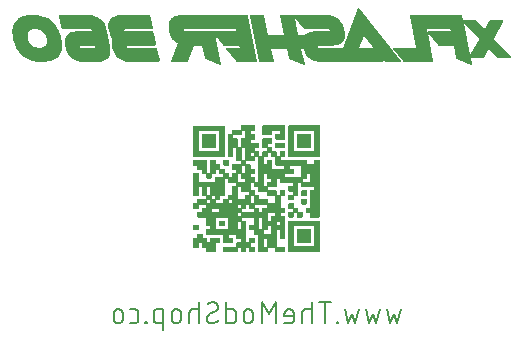
<source format=gbo>
G04 EAGLE Gerber RS-274X export*
G75*
%MOMM*%
%FSLAX34Y34*%
%LPD*%
%INSilkscreen Bottom*%
%IPPOS*%
%AMOC8*
5,1,8,0,0,1.08239X$1,22.5*%
G01*
%ADD10C,0.152400*%

G36*
X213391Y119576D02*
X213391Y119576D01*
X213399Y119574D01*
X213488Y119595D01*
X213578Y119614D01*
X213585Y119618D01*
X213593Y119620D01*
X213666Y119674D01*
X213742Y119726D01*
X213746Y119733D01*
X213753Y119738D01*
X213799Y119817D01*
X213849Y119894D01*
X213850Y119902D01*
X213854Y119909D01*
X213882Y120073D01*
X213882Y123241D01*
X216550Y123241D01*
X216550Y120073D01*
X216552Y120065D01*
X216551Y120057D01*
X216572Y119968D01*
X216590Y119878D01*
X216595Y119872D01*
X216597Y119863D01*
X216651Y119790D01*
X216703Y119715D01*
X216710Y119710D01*
X216715Y119703D01*
X216793Y119657D01*
X216870Y119608D01*
X216878Y119606D01*
X216886Y119602D01*
X217050Y119574D01*
X220716Y119574D01*
X220725Y119576D01*
X220733Y119574D01*
X220821Y119595D01*
X220911Y119614D01*
X220918Y119618D01*
X220926Y119620D01*
X221000Y119674D01*
X221075Y119726D01*
X221080Y119733D01*
X221086Y119738D01*
X221133Y119817D01*
X221182Y119894D01*
X221184Y119902D01*
X221188Y119909D01*
X221216Y120073D01*
X221216Y123241D01*
X223884Y123241D01*
X223884Y120073D01*
X223886Y120065D01*
X223884Y120057D01*
X223905Y119968D01*
X223923Y119878D01*
X223928Y119872D01*
X223930Y119863D01*
X223984Y119790D01*
X224036Y119715D01*
X224043Y119710D01*
X224048Y119703D01*
X224126Y119657D01*
X224204Y119608D01*
X224212Y119606D01*
X224219Y119602D01*
X224383Y119574D01*
X228050Y119574D01*
X228058Y119576D01*
X228066Y119574D01*
X228155Y119595D01*
X228245Y119614D01*
X228252Y119618D01*
X228260Y119620D01*
X228333Y119674D01*
X228409Y119726D01*
X228413Y119733D01*
X228420Y119738D01*
X228466Y119817D01*
X228516Y119894D01*
X228517Y119902D01*
X228521Y119909D01*
X228549Y120073D01*
X228549Y123740D01*
X228547Y123748D01*
X228549Y123757D01*
X228528Y123845D01*
X228509Y123935D01*
X228505Y123942D01*
X228503Y123950D01*
X228449Y124023D01*
X228397Y124099D01*
X228390Y124103D01*
X228385Y124110D01*
X228306Y124157D01*
X228229Y124206D01*
X228221Y124207D01*
X228214Y124212D01*
X228050Y124239D01*
X224882Y124239D01*
X224882Y126907D01*
X228050Y126907D01*
X228058Y126909D01*
X228066Y126908D01*
X228155Y126929D01*
X228245Y126947D01*
X228252Y126952D01*
X228260Y126954D01*
X228333Y127008D01*
X228409Y127060D01*
X228413Y127067D01*
X228420Y127072D01*
X228466Y127150D01*
X228516Y127227D01*
X228517Y127235D01*
X228521Y127243D01*
X228549Y127407D01*
X228549Y131073D01*
X228547Y131082D01*
X228549Y131090D01*
X228528Y131178D01*
X228509Y131268D01*
X228505Y131275D01*
X228503Y131283D01*
X228449Y131357D01*
X228397Y131432D01*
X228390Y131437D01*
X228385Y131443D01*
X228306Y131490D01*
X228229Y131539D01*
X228221Y131541D01*
X228214Y131545D01*
X228050Y131573D01*
X224383Y131573D01*
X224375Y131571D01*
X224367Y131572D01*
X224278Y131551D01*
X224188Y131533D01*
X224181Y131528D01*
X224173Y131526D01*
X224100Y131472D01*
X224024Y131420D01*
X224020Y131413D01*
X224013Y131408D01*
X223967Y131330D01*
X223917Y131253D01*
X223916Y131245D01*
X223912Y131237D01*
X223884Y131073D01*
X223884Y127906D01*
X221216Y127906D01*
X221216Y145740D01*
X221214Y145748D01*
X221215Y145756D01*
X221194Y145845D01*
X221176Y145935D01*
X221171Y145942D01*
X221169Y145950D01*
X221115Y146023D01*
X221063Y146099D01*
X221056Y146103D01*
X221051Y146110D01*
X220973Y146156D01*
X220896Y146206D01*
X220888Y146207D01*
X220880Y146211D01*
X220716Y146239D01*
X217549Y146239D01*
X217549Y148907D01*
X227550Y148907D01*
X227550Y142572D01*
X224383Y142572D01*
X224375Y142571D01*
X224367Y142572D01*
X224278Y142551D01*
X224188Y142533D01*
X224181Y142528D01*
X224173Y142526D01*
X224100Y142472D01*
X224024Y142420D01*
X224020Y142413D01*
X224013Y142408D01*
X223967Y142330D01*
X223917Y142253D01*
X223916Y142244D01*
X223912Y142237D01*
X223884Y142073D01*
X223884Y138406D01*
X223886Y138398D01*
X223884Y138390D01*
X223905Y138301D01*
X223923Y138212D01*
X223928Y138205D01*
X223930Y138197D01*
X223984Y138123D01*
X224036Y138048D01*
X224043Y138043D01*
X224048Y138036D01*
X224126Y137990D01*
X224204Y137941D01*
X224212Y137939D01*
X224219Y137935D01*
X224383Y137907D01*
X227550Y137907D01*
X227550Y134740D01*
X227552Y134732D01*
X227550Y134723D01*
X227572Y134635D01*
X227590Y134545D01*
X227595Y134538D01*
X227597Y134530D01*
X227650Y134457D01*
X227702Y134381D01*
X227709Y134377D01*
X227714Y134370D01*
X227793Y134323D01*
X227870Y134274D01*
X227878Y134273D01*
X227885Y134268D01*
X228049Y134241D01*
X231217Y134241D01*
X231217Y120073D01*
X231219Y120065D01*
X231217Y120057D01*
X231238Y119968D01*
X231256Y119878D01*
X231261Y119872D01*
X231263Y119863D01*
X231317Y119790D01*
X231369Y119715D01*
X231376Y119710D01*
X231381Y119703D01*
X231459Y119657D01*
X231537Y119608D01*
X231545Y119606D01*
X231552Y119602D01*
X231716Y119574D01*
X239049Y119574D01*
X239058Y119576D01*
X239066Y119574D01*
X239154Y119595D01*
X239244Y119614D01*
X239251Y119618D01*
X239259Y119620D01*
X239333Y119674D01*
X239408Y119726D01*
X239413Y119733D01*
X239420Y119738D01*
X239466Y119817D01*
X239515Y119894D01*
X239517Y119902D01*
X239521Y119909D01*
X239549Y120073D01*
X239549Y123241D01*
X245883Y123241D01*
X245883Y120073D01*
X245885Y120065D01*
X245884Y120057D01*
X245905Y119968D01*
X245923Y119878D01*
X245928Y119872D01*
X245930Y119863D01*
X245984Y119790D01*
X246035Y119715D01*
X246043Y119710D01*
X246048Y119703D01*
X246126Y119657D01*
X246203Y119608D01*
X246211Y119606D01*
X246219Y119602D01*
X246383Y119574D01*
X253716Y119574D01*
X253724Y119576D01*
X253732Y119574D01*
X253821Y119595D01*
X253911Y119614D01*
X253918Y119618D01*
X253926Y119620D01*
X253999Y119674D01*
X254075Y119726D01*
X254079Y119733D01*
X254086Y119738D01*
X254132Y119817D01*
X254182Y119894D01*
X254183Y119902D01*
X254187Y119909D01*
X254215Y120073D01*
X254215Y123740D01*
X254213Y123748D01*
X254215Y123757D01*
X254194Y123845D01*
X254176Y123935D01*
X254171Y123942D01*
X254169Y123950D01*
X254115Y124023D01*
X254063Y124099D01*
X254056Y124103D01*
X254051Y124110D01*
X253973Y124157D01*
X253895Y124206D01*
X253887Y124207D01*
X253880Y124212D01*
X253716Y124239D01*
X246882Y124239D01*
X246882Y137907D01*
X249550Y137907D01*
X249550Y131073D01*
X249552Y131065D01*
X249550Y131057D01*
X249571Y130968D01*
X249590Y130878D01*
X249594Y130871D01*
X249596Y130863D01*
X249650Y130790D01*
X249702Y130714D01*
X249709Y130710D01*
X249714Y130703D01*
X249793Y130657D01*
X249870Y130607D01*
X249878Y130606D01*
X249885Y130602D01*
X250049Y130574D01*
X253716Y130574D01*
X253724Y130576D01*
X253732Y130574D01*
X253821Y130595D01*
X253911Y130614D01*
X253918Y130618D01*
X253926Y130620D01*
X253999Y130674D01*
X254075Y130726D01*
X254079Y130733D01*
X254086Y130738D01*
X254132Y130817D01*
X254182Y130894D01*
X254183Y130902D01*
X254187Y130909D01*
X254215Y131073D01*
X254215Y149406D01*
X254213Y149415D01*
X254215Y149423D01*
X254194Y149511D01*
X254176Y149601D01*
X254171Y149608D01*
X254169Y149616D01*
X254115Y149690D01*
X254063Y149765D01*
X254056Y149770D01*
X254051Y149776D01*
X253973Y149823D01*
X253895Y149872D01*
X253887Y149874D01*
X253880Y149878D01*
X253716Y149906D01*
X250548Y149906D01*
X250548Y152574D01*
X253716Y152574D01*
X253724Y152575D01*
X253732Y152574D01*
X253821Y152595D01*
X253911Y152613D01*
X253918Y152618D01*
X253926Y152620D01*
X253999Y152674D01*
X254075Y152726D01*
X254079Y152733D01*
X254086Y152738D01*
X254132Y152816D01*
X254182Y152893D01*
X254183Y152902D01*
X254187Y152909D01*
X254215Y153073D01*
X254215Y156740D01*
X254213Y156748D01*
X254215Y156756D01*
X254194Y156845D01*
X254176Y156935D01*
X254171Y156941D01*
X254169Y156950D01*
X254115Y157023D01*
X254063Y157098D01*
X254056Y157103D01*
X254051Y157110D01*
X253973Y157156D01*
X253895Y157205D01*
X253887Y157207D01*
X253880Y157211D01*
X253716Y157239D01*
X250548Y157239D01*
X250548Y167240D01*
X253716Y167240D01*
X253724Y167242D01*
X253732Y167241D01*
X253821Y167262D01*
X253911Y167280D01*
X253918Y167285D01*
X253926Y167287D01*
X253999Y167341D01*
X254075Y167392D01*
X254079Y167399D01*
X254086Y167404D01*
X254132Y167483D01*
X254182Y167560D01*
X254183Y167568D01*
X254187Y167575D01*
X254215Y167740D01*
X254215Y171406D01*
X254213Y171414D01*
X254215Y171423D01*
X254194Y171511D01*
X254176Y171601D01*
X254171Y171608D01*
X254169Y171616D01*
X254115Y171689D01*
X254063Y171765D01*
X254056Y171769D01*
X254051Y171776D01*
X253973Y171823D01*
X253895Y171872D01*
X253887Y171873D01*
X253880Y171878D01*
X253716Y171905D01*
X250049Y171905D01*
X250041Y171904D01*
X250033Y171905D01*
X249944Y171884D01*
X249854Y171866D01*
X249847Y171861D01*
X249839Y171859D01*
X249766Y171805D01*
X249690Y171753D01*
X249686Y171746D01*
X249679Y171741D01*
X249633Y171663D01*
X249583Y171586D01*
X249582Y171577D01*
X249578Y171570D01*
X249550Y171406D01*
X249550Y168239D01*
X246882Y168239D01*
X246882Y171406D01*
X246880Y171414D01*
X246881Y171423D01*
X246860Y171511D01*
X246842Y171601D01*
X246837Y171608D01*
X246835Y171616D01*
X246782Y171689D01*
X246730Y171765D01*
X246723Y171769D01*
X246718Y171776D01*
X246639Y171823D01*
X246562Y171872D01*
X246554Y171873D01*
X246547Y171878D01*
X246383Y171905D01*
X239549Y171905D01*
X239549Y174573D01*
X246383Y174573D01*
X246391Y174575D01*
X246399Y174574D01*
X246488Y174595D01*
X246577Y174613D01*
X246584Y174618D01*
X246592Y174620D01*
X246666Y174674D01*
X246741Y174726D01*
X246746Y174733D01*
X246753Y174738D01*
X246799Y174816D01*
X246848Y174893D01*
X246850Y174901D01*
X246854Y174909D01*
X246882Y175073D01*
X246882Y181907D01*
X249550Y181907D01*
X249550Y178739D01*
X249552Y178731D01*
X249550Y178723D01*
X249571Y178634D01*
X249590Y178544D01*
X249594Y178537D01*
X249596Y178529D01*
X249650Y178456D01*
X249702Y178380D01*
X249709Y178376D01*
X249714Y178369D01*
X249793Y178323D01*
X249870Y178273D01*
X249878Y178272D01*
X249885Y178268D01*
X250049Y178240D01*
X260550Y178240D01*
X260550Y175572D01*
X257383Y175572D01*
X257374Y175570D01*
X257366Y175572D01*
X257278Y175551D01*
X257188Y175532D01*
X257181Y175528D01*
X257173Y175526D01*
X257099Y175472D01*
X257024Y175420D01*
X257019Y175413D01*
X257013Y175408D01*
X256966Y175329D01*
X256917Y175252D01*
X256915Y175244D01*
X256911Y175237D01*
X256883Y175073D01*
X256883Y171406D01*
X256885Y171398D01*
X256884Y171390D01*
X256905Y171301D01*
X256923Y171211D01*
X256928Y171204D01*
X256930Y171196D01*
X256984Y171123D01*
X257036Y171047D01*
X257043Y171043D01*
X257048Y171036D01*
X257126Y170990D01*
X257203Y170940D01*
X257211Y170939D01*
X257219Y170935D01*
X257383Y170907D01*
X260550Y170907D01*
X260550Y168239D01*
X257383Y168239D01*
X257374Y168237D01*
X257366Y168238D01*
X257278Y168217D01*
X257188Y168199D01*
X257181Y168194D01*
X257173Y168192D01*
X257099Y168139D01*
X257024Y168087D01*
X257019Y168080D01*
X257013Y168075D01*
X256966Y167996D01*
X256917Y167919D01*
X256915Y167911D01*
X256911Y167904D01*
X256883Y167740D01*
X256883Y164073D01*
X256885Y164065D01*
X256884Y164056D01*
X256905Y163968D01*
X256923Y163878D01*
X256928Y163871D01*
X256930Y163863D01*
X256984Y163790D01*
X257036Y163714D01*
X257043Y163710D01*
X257048Y163703D01*
X257126Y163656D01*
X257203Y163607D01*
X257211Y163606D01*
X257219Y163601D01*
X257383Y163574D01*
X261049Y163574D01*
X261058Y163575D01*
X261066Y163574D01*
X261154Y163595D01*
X261244Y163613D01*
X261251Y163618D01*
X261259Y163620D01*
X261332Y163674D01*
X261408Y163726D01*
X261413Y163733D01*
X261419Y163738D01*
X261466Y163816D01*
X261515Y163893D01*
X261517Y163902D01*
X261521Y163909D01*
X261549Y164073D01*
X261549Y167240D01*
X264716Y167240D01*
X264724Y167242D01*
X264732Y167241D01*
X264821Y167262D01*
X264911Y167280D01*
X264917Y167285D01*
X264926Y167287D01*
X264999Y167341D01*
X265074Y167392D01*
X265079Y167399D01*
X265086Y167404D01*
X265132Y167483D01*
X265181Y167560D01*
X265183Y167568D01*
X265187Y167575D01*
X265215Y167740D01*
X265215Y178240D01*
X267883Y178240D01*
X267883Y175073D01*
X267885Y175064D01*
X267883Y175056D01*
X267904Y174968D01*
X267923Y174878D01*
X267928Y174871D01*
X267929Y174863D01*
X267983Y174789D01*
X268035Y174714D01*
X268042Y174709D01*
X268047Y174703D01*
X268126Y174656D01*
X268203Y174607D01*
X268211Y174605D01*
X268218Y174601D01*
X268382Y174573D01*
X278883Y174573D01*
X278883Y171905D01*
X275715Y171905D01*
X275707Y171904D01*
X275699Y171905D01*
X275610Y171884D01*
X275521Y171866D01*
X275514Y171861D01*
X275505Y171859D01*
X275432Y171805D01*
X275357Y171753D01*
X275352Y171746D01*
X275345Y171741D01*
X275299Y171663D01*
X275250Y171586D01*
X275248Y171577D01*
X275244Y171570D01*
X275216Y171406D01*
X275216Y157239D01*
X272049Y157239D01*
X272041Y157237D01*
X272032Y157239D01*
X271944Y157218D01*
X271854Y157199D01*
X271847Y157195D01*
X271839Y157193D01*
X271766Y157139D01*
X271690Y157087D01*
X271685Y157080D01*
X271679Y157075D01*
X271632Y156996D01*
X271583Y156919D01*
X271582Y156911D01*
X271577Y156904D01*
X271550Y156740D01*
X271550Y153073D01*
X271551Y153065D01*
X271550Y153056D01*
X271571Y152968D01*
X271589Y152878D01*
X271594Y152871D01*
X271596Y152863D01*
X271650Y152790D01*
X271702Y152714D01*
X271709Y152710D01*
X271714Y152703D01*
X271792Y152656D01*
X271869Y152607D01*
X271878Y152606D01*
X271885Y152601D01*
X272049Y152574D01*
X275216Y152574D01*
X275216Y149406D01*
X275218Y149398D01*
X275216Y149390D01*
X275238Y149301D01*
X275256Y149212D01*
X275261Y149205D01*
X275263Y149196D01*
X275316Y149123D01*
X275368Y149048D01*
X275375Y149043D01*
X275380Y149036D01*
X275459Y148990D01*
X275536Y148941D01*
X275544Y148939D01*
X275551Y148935D01*
X275715Y148907D01*
X283049Y148907D01*
X283057Y148909D01*
X283065Y148907D01*
X283154Y148928D01*
X283244Y148947D01*
X283251Y148952D01*
X283259Y148953D01*
X283332Y149007D01*
X283408Y149059D01*
X283412Y149066D01*
X283419Y149071D01*
X283465Y149150D01*
X283515Y149227D01*
X283516Y149235D01*
X283520Y149242D01*
X283548Y149406D01*
X283548Y197072D01*
X283546Y197081D01*
X283548Y197089D01*
X283527Y197177D01*
X283508Y197267D01*
X283504Y197274D01*
X283502Y197282D01*
X283448Y197356D01*
X283396Y197431D01*
X283389Y197436D01*
X283384Y197443D01*
X283306Y197489D01*
X283228Y197538D01*
X283220Y197540D01*
X283213Y197544D01*
X283049Y197572D01*
X279382Y197572D01*
X279374Y197570D01*
X279366Y197571D01*
X279277Y197550D01*
X279187Y197532D01*
X279180Y197527D01*
X279172Y197525D01*
X279099Y197471D01*
X279023Y197420D01*
X279019Y197412D01*
X279012Y197407D01*
X278966Y197329D01*
X278916Y197252D01*
X278915Y197244D01*
X278911Y197236D01*
X278883Y197072D01*
X278883Y193905D01*
X272548Y193905D01*
X272548Y197072D01*
X272547Y197081D01*
X272548Y197089D01*
X272527Y197177D01*
X272509Y197267D01*
X272504Y197274D01*
X272502Y197282D01*
X272448Y197356D01*
X272396Y197431D01*
X272389Y197436D01*
X272384Y197443D01*
X272306Y197489D01*
X272229Y197538D01*
X272220Y197540D01*
X272213Y197544D01*
X272049Y197572D01*
X250548Y197572D01*
X250548Y200240D01*
X253716Y200240D01*
X253724Y200242D01*
X253732Y200240D01*
X253821Y200261D01*
X253911Y200279D01*
X253918Y200284D01*
X253926Y200286D01*
X253999Y200340D01*
X254075Y200392D01*
X254079Y200399D01*
X254086Y200404D01*
X254132Y200482D01*
X254182Y200560D01*
X254183Y200568D01*
X254187Y200575D01*
X254215Y200739D01*
X254215Y204406D01*
X254213Y204414D01*
X254215Y204422D01*
X254194Y204511D01*
X254176Y204601D01*
X254171Y204608D01*
X254169Y204616D01*
X254115Y204689D01*
X254063Y204765D01*
X254056Y204769D01*
X254051Y204776D01*
X253973Y204822D01*
X253895Y204872D01*
X253887Y204873D01*
X253880Y204877D01*
X253716Y204905D01*
X250049Y204905D01*
X250041Y204903D01*
X250033Y204905D01*
X249944Y204884D01*
X249854Y204865D01*
X249847Y204861D01*
X249839Y204859D01*
X249766Y204805D01*
X249690Y204753D01*
X249686Y204746D01*
X249679Y204741D01*
X249633Y204662D01*
X249583Y204585D01*
X249582Y204577D01*
X249578Y204570D01*
X249550Y204406D01*
X249550Y201238D01*
X246882Y201238D01*
X246882Y204406D01*
X246880Y204414D01*
X246881Y204422D01*
X246860Y204511D01*
X246842Y204601D01*
X246837Y204608D01*
X246835Y204616D01*
X246782Y204689D01*
X246730Y204765D01*
X246723Y204769D01*
X246718Y204776D01*
X246639Y204822D01*
X246562Y204872D01*
X246554Y204873D01*
X246547Y204877D01*
X246383Y204905D01*
X243215Y204905D01*
X243215Y208072D01*
X243214Y208081D01*
X243215Y208089D01*
X243194Y208177D01*
X243176Y208267D01*
X243171Y208274D01*
X243169Y208282D01*
X243115Y208356D01*
X243063Y208431D01*
X243056Y208436D01*
X243051Y208442D01*
X242973Y208489D01*
X242896Y208538D01*
X242887Y208540D01*
X242880Y208544D01*
X242716Y208572D01*
X239549Y208572D01*
X239549Y211240D01*
X242716Y211240D01*
X242724Y211241D01*
X242733Y211240D01*
X242821Y211261D01*
X242911Y211279D01*
X242918Y211284D01*
X242926Y211286D01*
X242999Y211340D01*
X243075Y211392D01*
X243079Y211399D01*
X243086Y211404D01*
X243133Y211482D01*
X243182Y211559D01*
X243183Y211568D01*
X243188Y211575D01*
X243215Y211739D01*
X243215Y215406D01*
X243214Y215414D01*
X243215Y215422D01*
X243194Y215511D01*
X243176Y215600D01*
X243171Y215607D01*
X243169Y215616D01*
X243115Y215689D01*
X243063Y215764D01*
X243056Y215769D01*
X243051Y215776D01*
X242973Y215822D01*
X242896Y215871D01*
X242887Y215873D01*
X242880Y215877D01*
X242716Y215905D01*
X235383Y215905D01*
X235375Y215903D01*
X235366Y215905D01*
X235278Y215883D01*
X235188Y215865D01*
X235181Y215860D01*
X235173Y215858D01*
X235100Y215805D01*
X235024Y215753D01*
X235019Y215746D01*
X235013Y215741D01*
X234966Y215662D01*
X234917Y215585D01*
X234916Y215577D01*
X234911Y215570D01*
X234884Y215406D01*
X234884Y208072D01*
X234885Y208064D01*
X234884Y208056D01*
X234905Y207967D01*
X234923Y207877D01*
X234928Y207870D01*
X234930Y207862D01*
X234984Y207789D01*
X235036Y207714D01*
X235043Y207709D01*
X235048Y207702D01*
X235126Y207656D01*
X235203Y207606D01*
X235212Y207605D01*
X235219Y207601D01*
X235383Y207573D01*
X238550Y207573D01*
X238550Y204905D01*
X235383Y204905D01*
X235375Y204903D01*
X235366Y204905D01*
X235278Y204884D01*
X235188Y204865D01*
X235181Y204861D01*
X235173Y204859D01*
X235100Y204805D01*
X235024Y204753D01*
X235019Y204746D01*
X235013Y204741D01*
X234966Y204662D01*
X234917Y204585D01*
X234916Y204577D01*
X234911Y204570D01*
X234884Y204406D01*
X234884Y201238D01*
X232215Y201238D01*
X232215Y204406D01*
X232214Y204414D01*
X232215Y204422D01*
X232194Y204511D01*
X232176Y204601D01*
X232171Y204608D01*
X232169Y204616D01*
X232115Y204689D01*
X232063Y204765D01*
X232056Y204769D01*
X232051Y204776D01*
X231973Y204822D01*
X231896Y204872D01*
X231887Y204873D01*
X231880Y204877D01*
X231716Y204905D01*
X228549Y204905D01*
X228549Y207573D01*
X231716Y207573D01*
X231724Y207575D01*
X231733Y207573D01*
X231821Y207594D01*
X231911Y207613D01*
X231918Y207617D01*
X231926Y207619D01*
X231999Y207673D01*
X232075Y207725D01*
X232079Y207732D01*
X232086Y207737D01*
X232133Y207816D01*
X232182Y207893D01*
X232183Y207901D01*
X232188Y207908D01*
X232215Y208072D01*
X232215Y211739D01*
X232214Y211747D01*
X232215Y211755D01*
X232194Y211844D01*
X232176Y211934D01*
X232171Y211941D01*
X232169Y211949D01*
X232115Y212022D01*
X232063Y212098D01*
X232056Y212102D01*
X232051Y212109D01*
X231973Y212155D01*
X231896Y212205D01*
X231887Y212206D01*
X231880Y212210D01*
X231716Y212238D01*
X224882Y212238D01*
X224882Y214906D01*
X228050Y214906D01*
X228058Y214908D01*
X228066Y214907D01*
X228155Y214928D01*
X228245Y214946D01*
X228252Y214951D01*
X228260Y214953D01*
X228333Y215006D01*
X228409Y215058D01*
X228413Y215065D01*
X228420Y215070D01*
X228466Y215149D01*
X228516Y215226D01*
X228517Y215234D01*
X228521Y215241D01*
X228549Y215405D01*
X228549Y219072D01*
X228547Y219080D01*
X228549Y219089D01*
X228528Y219177D01*
X228509Y219267D01*
X228505Y219274D01*
X228503Y219282D01*
X228449Y219355D01*
X228397Y219431D01*
X228390Y219435D01*
X228385Y219442D01*
X228306Y219489D01*
X228229Y219538D01*
X228221Y219539D01*
X228214Y219544D01*
X228050Y219571D01*
X224882Y219571D01*
X224882Y222240D01*
X228050Y222240D01*
X228058Y222241D01*
X228066Y222240D01*
X228155Y222261D01*
X228245Y222279D01*
X228252Y222284D01*
X228260Y222286D01*
X228333Y222340D01*
X228409Y222392D01*
X228413Y222399D01*
X228420Y222404D01*
X228466Y222482D01*
X228516Y222559D01*
X228517Y222568D01*
X228521Y222575D01*
X228549Y222739D01*
X228549Y226405D01*
X228547Y226414D01*
X228549Y226422D01*
X228528Y226510D01*
X228509Y226600D01*
X228505Y226607D01*
X228503Y226615D01*
X228449Y226689D01*
X228397Y226764D01*
X228390Y226769D01*
X228385Y226775D01*
X228306Y226822D01*
X228229Y226871D01*
X228221Y226873D01*
X228214Y226877D01*
X228050Y226905D01*
X217050Y226905D01*
X217041Y226903D01*
X217033Y226904D01*
X216945Y226883D01*
X216855Y226865D01*
X216848Y226860D01*
X216840Y226858D01*
X216766Y226804D01*
X216691Y226753D01*
X216686Y226745D01*
X216680Y226740D01*
X216633Y226662D01*
X216584Y226585D01*
X216582Y226577D01*
X216578Y226569D01*
X216550Y226405D01*
X216550Y223238D01*
X209716Y223238D01*
X209708Y223236D01*
X209700Y223238D01*
X209611Y223217D01*
X209521Y223198D01*
X209514Y223194D01*
X209506Y223192D01*
X209433Y223138D01*
X209358Y223086D01*
X209353Y223079D01*
X209346Y223074D01*
X209300Y222995D01*
X209250Y222918D01*
X209249Y222910D01*
X209245Y222903D01*
X209217Y222739D01*
X209217Y219571D01*
X206050Y219571D01*
X206042Y219570D01*
X206033Y219571D01*
X205945Y219550D01*
X205855Y219532D01*
X205848Y219527D01*
X205840Y219525D01*
X205767Y219471D01*
X205691Y219419D01*
X205687Y219412D01*
X205680Y219407D01*
X205633Y219329D01*
X205584Y219252D01*
X205583Y219243D01*
X205578Y219236D01*
X205551Y219072D01*
X205551Y200739D01*
X205552Y200731D01*
X205551Y200723D01*
X205572Y200634D01*
X205590Y200544D01*
X205595Y200537D01*
X205597Y200529D01*
X205651Y200456D01*
X205703Y200380D01*
X205710Y200376D01*
X205715Y200369D01*
X205793Y200323D01*
X205870Y200273D01*
X205879Y200272D01*
X205886Y200268D01*
X206050Y200240D01*
X209717Y200240D01*
X209725Y200242D01*
X209733Y200240D01*
X209822Y200261D01*
X209911Y200279D01*
X209918Y200284D01*
X209927Y200286D01*
X210000Y200340D01*
X210075Y200392D01*
X210080Y200399D01*
X210087Y200404D01*
X210133Y200482D01*
X210182Y200560D01*
X210184Y200568D01*
X210188Y200575D01*
X210216Y200739D01*
X210216Y207573D01*
X212884Y207573D01*
X212884Y197072D01*
X212885Y197064D01*
X212884Y197056D01*
X212905Y196967D01*
X212923Y196878D01*
X212928Y196871D01*
X212930Y196862D01*
X212984Y196789D01*
X213036Y196714D01*
X213043Y196709D01*
X213048Y196702D01*
X213126Y196656D01*
X213203Y196607D01*
X213212Y196605D01*
X213219Y196601D01*
X213383Y196573D01*
X216550Y196573D01*
X216550Y193905D01*
X209716Y193905D01*
X209708Y193903D01*
X209700Y193905D01*
X209611Y193884D01*
X209521Y193865D01*
X209514Y193861D01*
X209506Y193859D01*
X209433Y193805D01*
X209358Y193753D01*
X209353Y193746D01*
X209346Y193741D01*
X209300Y193663D01*
X209250Y193585D01*
X209249Y193577D01*
X209245Y193570D01*
X209217Y193406D01*
X209217Y189739D01*
X209219Y189731D01*
X209217Y189723D01*
X209238Y189634D01*
X209257Y189544D01*
X209261Y189537D01*
X209263Y189529D01*
X209317Y189456D01*
X209369Y189380D01*
X209376Y189376D01*
X209381Y189369D01*
X209460Y189323D01*
X209537Y189273D01*
X209545Y189272D01*
X209552Y189268D01*
X209716Y189240D01*
X212884Y189240D01*
X212884Y186572D01*
X209716Y186572D01*
X209708Y186570D01*
X209700Y186572D01*
X209611Y186550D01*
X209521Y186532D01*
X209514Y186527D01*
X209506Y186526D01*
X209433Y186472D01*
X209358Y186420D01*
X209353Y186413D01*
X209346Y186408D01*
X209300Y186329D01*
X209250Y186252D01*
X209249Y186244D01*
X209245Y186237D01*
X209217Y186073D01*
X209217Y182905D01*
X206549Y182905D01*
X206549Y186073D01*
X206547Y186081D01*
X206549Y186089D01*
X206528Y186178D01*
X206510Y186267D01*
X206505Y186274D01*
X206503Y186283D01*
X206449Y186356D01*
X206397Y186431D01*
X206390Y186436D01*
X206385Y186443D01*
X206307Y186489D01*
X206229Y186538D01*
X206221Y186540D01*
X206214Y186544D01*
X206050Y186572D01*
X202882Y186572D01*
X202882Y189739D01*
X202881Y189747D01*
X202882Y189756D01*
X202861Y189844D01*
X202843Y189934D01*
X202838Y189941D01*
X202836Y189949D01*
X202782Y190022D01*
X202730Y190098D01*
X202723Y190103D01*
X202718Y190109D01*
X202640Y190156D01*
X202563Y190205D01*
X202554Y190206D01*
X202547Y190211D01*
X202383Y190238D01*
X199216Y190238D01*
X199216Y193406D01*
X199214Y193414D01*
X199215Y193422D01*
X199194Y193511D01*
X199176Y193601D01*
X199171Y193608D01*
X199169Y193616D01*
X199115Y193689D01*
X199064Y193765D01*
X199057Y193769D01*
X199052Y193776D01*
X198973Y193822D01*
X198896Y193872D01*
X198888Y193873D01*
X198881Y193877D01*
X198716Y193905D01*
X195549Y193905D01*
X195549Y197072D01*
X195547Y197081D01*
X195549Y197089D01*
X195528Y197177D01*
X195509Y197267D01*
X195505Y197274D01*
X195503Y197282D01*
X195449Y197356D01*
X195397Y197431D01*
X195390Y197436D01*
X195385Y197443D01*
X195307Y197489D01*
X195229Y197538D01*
X195221Y197540D01*
X195214Y197544D01*
X195050Y197572D01*
X191383Y197572D01*
X191375Y197570D01*
X191367Y197571D01*
X191278Y197550D01*
X191188Y197532D01*
X191181Y197527D01*
X191173Y197525D01*
X191100Y197471D01*
X191024Y197420D01*
X191020Y197412D01*
X191013Y197407D01*
X190967Y197329D01*
X190917Y197252D01*
X190916Y197244D01*
X190912Y197236D01*
X190884Y197072D01*
X190884Y186572D01*
X188216Y186572D01*
X188216Y197072D01*
X188214Y197081D01*
X188216Y197089D01*
X188195Y197177D01*
X188176Y197267D01*
X188172Y197274D01*
X188170Y197282D01*
X188116Y197356D01*
X188064Y197431D01*
X188057Y197436D01*
X188052Y197443D01*
X187973Y197489D01*
X187896Y197538D01*
X187888Y197540D01*
X187881Y197544D01*
X187717Y197572D01*
X176717Y197572D01*
X176708Y197570D01*
X176700Y197571D01*
X176612Y197550D01*
X176522Y197532D01*
X176515Y197527D01*
X176507Y197525D01*
X176434Y197471D01*
X176358Y197420D01*
X176353Y197412D01*
X176347Y197407D01*
X176300Y197329D01*
X176251Y197252D01*
X176249Y197244D01*
X176245Y197236D01*
X176217Y197072D01*
X176217Y193406D01*
X176219Y193398D01*
X176218Y193389D01*
X176239Y193301D01*
X176257Y193211D01*
X176262Y193204D01*
X176264Y193196D01*
X176318Y193123D01*
X176370Y193047D01*
X176377Y193042D01*
X176382Y193036D01*
X176460Y192989D01*
X176537Y192940D01*
X176545Y192939D01*
X176553Y192934D01*
X176717Y192907D01*
X179884Y192907D01*
X179884Y189739D01*
X179886Y189731D01*
X179884Y189723D01*
X179906Y189634D01*
X179924Y189544D01*
X179929Y189537D01*
X179931Y189529D01*
X179984Y189456D01*
X180036Y189380D01*
X180043Y189376D01*
X180048Y189369D01*
X180127Y189323D01*
X180204Y189273D01*
X180212Y189272D01*
X180219Y189268D01*
X180383Y189240D01*
X183551Y189240D01*
X183551Y186073D01*
X183553Y186064D01*
X183551Y186056D01*
X183572Y185968D01*
X183590Y185878D01*
X183595Y185871D01*
X183597Y185863D01*
X183651Y185789D01*
X183703Y185714D01*
X183710Y185709D01*
X183715Y185702D01*
X183793Y185656D01*
X183871Y185607D01*
X183879Y185605D01*
X183886Y185601D01*
X184050Y185573D01*
X187218Y185573D01*
X187218Y182406D01*
X187219Y182398D01*
X187218Y182389D01*
X187239Y182301D01*
X187257Y182211D01*
X187262Y182204D01*
X187264Y182196D01*
X187318Y182123D01*
X187370Y182047D01*
X187377Y182043D01*
X187382Y182036D01*
X187460Y181989D01*
X187537Y181940D01*
X187546Y181939D01*
X187553Y181934D01*
X187717Y181907D01*
X191383Y181907D01*
X191392Y181908D01*
X191400Y181907D01*
X191488Y181928D01*
X191578Y181946D01*
X191585Y181951D01*
X191593Y181953D01*
X191667Y182007D01*
X191742Y182059D01*
X191747Y182066D01*
X191754Y182071D01*
X191800Y182149D01*
X191849Y182226D01*
X191851Y182235D01*
X191855Y182242D01*
X191883Y182406D01*
X191883Y185573D01*
X195050Y185573D01*
X195058Y185575D01*
X195066Y185574D01*
X195155Y185595D01*
X195245Y185613D01*
X195252Y185618D01*
X195260Y185620D01*
X195333Y185674D01*
X195409Y185725D01*
X195413Y185733D01*
X195420Y185738D01*
X195466Y185816D01*
X195516Y185893D01*
X195517Y185901D01*
X195521Y185909D01*
X195549Y186073D01*
X195549Y189240D01*
X198217Y189240D01*
X198217Y186073D01*
X198219Y186064D01*
X198218Y186056D01*
X198239Y185968D01*
X198257Y185878D01*
X198262Y185871D01*
X198264Y185863D01*
X198318Y185789D01*
X198369Y185714D01*
X198377Y185709D01*
X198382Y185702D01*
X198460Y185656D01*
X198537Y185607D01*
X198545Y185605D01*
X198553Y185601D01*
X198717Y185573D01*
X201884Y185573D01*
X201884Y182905D01*
X195050Y182905D01*
X195042Y182903D01*
X195033Y182905D01*
X194945Y182884D01*
X194855Y182866D01*
X194848Y182861D01*
X194840Y182859D01*
X194767Y182805D01*
X194691Y182753D01*
X194687Y182746D01*
X194680Y182741D01*
X194633Y182663D01*
X194584Y182585D01*
X194583Y182577D01*
X194578Y182570D01*
X194551Y182406D01*
X194551Y179239D01*
X180883Y179239D01*
X180883Y186073D01*
X180881Y186081D01*
X180882Y186089D01*
X180861Y186178D01*
X180843Y186267D01*
X180838Y186274D01*
X180836Y186283D01*
X180782Y186356D01*
X180730Y186431D01*
X180723Y186436D01*
X180718Y186443D01*
X180640Y186489D01*
X180563Y186538D01*
X180555Y186540D01*
X180547Y186544D01*
X180383Y186572D01*
X176717Y186572D01*
X176708Y186570D01*
X176700Y186572D01*
X176612Y186550D01*
X176522Y186532D01*
X176515Y186527D01*
X176507Y186526D01*
X176434Y186472D01*
X176358Y186420D01*
X176353Y186413D01*
X176347Y186408D01*
X176300Y186329D01*
X176251Y186252D01*
X176249Y186244D01*
X176245Y186237D01*
X176217Y186073D01*
X176217Y167740D01*
X176219Y167731D01*
X176218Y167723D01*
X176239Y167635D01*
X176257Y167545D01*
X176262Y167538D01*
X176264Y167530D01*
X176318Y167456D01*
X176370Y167381D01*
X176377Y167376D01*
X176382Y167369D01*
X176460Y167323D01*
X176537Y167274D01*
X176545Y167272D01*
X176553Y167268D01*
X176717Y167240D01*
X180383Y167240D01*
X180392Y167242D01*
X180400Y167241D01*
X180488Y167262D01*
X180578Y167280D01*
X180585Y167285D01*
X180593Y167287D01*
X180667Y167341D01*
X180742Y167392D01*
X180747Y167399D01*
X180753Y167404D01*
X180800Y167483D01*
X180849Y167560D01*
X180851Y167568D01*
X180855Y167575D01*
X180883Y167740D01*
X180883Y174573D01*
X183551Y174573D01*
X183551Y167740D01*
X183553Y167731D01*
X183551Y167723D01*
X183572Y167635D01*
X183590Y167545D01*
X183595Y167538D01*
X183597Y167530D01*
X183651Y167456D01*
X183703Y167381D01*
X183710Y167376D01*
X183715Y167369D01*
X183793Y167323D01*
X183871Y167274D01*
X183879Y167272D01*
X183886Y167268D01*
X184050Y167240D01*
X187218Y167240D01*
X187218Y164572D01*
X180383Y164572D01*
X180375Y164570D01*
X180367Y164572D01*
X180278Y164551D01*
X180189Y164533D01*
X180182Y164528D01*
X180173Y164526D01*
X180100Y164472D01*
X180025Y164420D01*
X180020Y164413D01*
X180013Y164408D01*
X179967Y164330D01*
X179918Y164252D01*
X179916Y164244D01*
X179912Y164237D01*
X179884Y164073D01*
X179884Y160905D01*
X176717Y160905D01*
X176708Y160904D01*
X176700Y160905D01*
X176612Y160884D01*
X176522Y160866D01*
X176515Y160861D01*
X176507Y160859D01*
X176434Y160805D01*
X176358Y160753D01*
X176353Y160746D01*
X176347Y160741D01*
X176300Y160663D01*
X176251Y160586D01*
X176249Y160577D01*
X176245Y160570D01*
X176217Y160406D01*
X176217Y156740D01*
X176219Y156731D01*
X176218Y156723D01*
X176239Y156635D01*
X176257Y156545D01*
X176262Y156538D01*
X176264Y156530D01*
X176318Y156456D01*
X176370Y156381D01*
X176377Y156376D01*
X176382Y156370D01*
X176460Y156323D01*
X176537Y156274D01*
X176545Y156272D01*
X176553Y156268D01*
X176717Y156240D01*
X180383Y156240D01*
X180392Y156242D01*
X180400Y156241D01*
X180488Y156262D01*
X180578Y156280D01*
X180585Y156285D01*
X180593Y156287D01*
X180667Y156341D01*
X180742Y156393D01*
X180747Y156400D01*
X180753Y156405D01*
X180800Y156483D01*
X180849Y156560D01*
X180851Y156568D01*
X180855Y156576D01*
X180883Y156740D01*
X180883Y159907D01*
X187218Y159907D01*
X187218Y157239D01*
X184050Y157239D01*
X184042Y157237D01*
X184034Y157239D01*
X183945Y157218D01*
X183855Y157199D01*
X183848Y157195D01*
X183840Y157193D01*
X183767Y157139D01*
X183691Y157087D01*
X183687Y157080D01*
X183680Y157075D01*
X183634Y156996D01*
X183584Y156919D01*
X183583Y156911D01*
X183579Y156904D01*
X183551Y156740D01*
X183551Y153572D01*
X180383Y153572D01*
X180375Y153571D01*
X180367Y153572D01*
X180278Y153551D01*
X180189Y153533D01*
X180182Y153528D01*
X180173Y153526D01*
X180100Y153472D01*
X180025Y153420D01*
X180020Y153413D01*
X180013Y153408D01*
X179967Y153330D01*
X179918Y153253D01*
X179916Y153244D01*
X179912Y153237D01*
X179884Y153073D01*
X179884Y149406D01*
X179886Y149398D01*
X179884Y149390D01*
X179906Y149301D01*
X179924Y149212D01*
X179929Y149205D01*
X179931Y149196D01*
X179984Y149123D01*
X180036Y149048D01*
X180043Y149043D01*
X180048Y149036D01*
X180127Y148990D01*
X180204Y148941D01*
X180212Y148939D01*
X180219Y148935D01*
X180383Y148907D01*
X187218Y148907D01*
X187218Y142073D01*
X187219Y142065D01*
X187218Y142057D01*
X187239Y141968D01*
X187257Y141878D01*
X187262Y141871D01*
X187264Y141863D01*
X187318Y141790D01*
X187370Y141714D01*
X187377Y141710D01*
X187382Y141703D01*
X187460Y141657D01*
X187537Y141607D01*
X187546Y141606D01*
X187553Y141602D01*
X187717Y141574D01*
X190884Y141574D01*
X190884Y138906D01*
X187717Y138906D01*
X187709Y138904D01*
X187700Y138905D01*
X187612Y138884D01*
X187522Y138866D01*
X187515Y138861D01*
X187507Y138859D01*
X187434Y138805D01*
X187358Y138754D01*
X187353Y138747D01*
X187347Y138742D01*
X187300Y138663D01*
X187251Y138586D01*
X187250Y138578D01*
X187245Y138571D01*
X187218Y138406D01*
X187218Y134740D01*
X187219Y134732D01*
X187218Y134723D01*
X187239Y134635D01*
X187257Y134545D01*
X187262Y134538D01*
X187264Y134530D01*
X187318Y134457D01*
X187370Y134381D01*
X187377Y134377D01*
X187382Y134370D01*
X187460Y134323D01*
X187537Y134274D01*
X187546Y134273D01*
X187553Y134268D01*
X187717Y134241D01*
X201884Y134241D01*
X201884Y127407D01*
X201886Y127398D01*
X201884Y127390D01*
X201905Y127302D01*
X201924Y127212D01*
X201928Y127205D01*
X201930Y127197D01*
X201984Y127124D01*
X202036Y127048D01*
X202043Y127043D01*
X202048Y127037D01*
X202127Y126990D01*
X202204Y126941D01*
X202212Y126939D01*
X202219Y126935D01*
X202383Y126907D01*
X209717Y126907D01*
X209725Y126909D01*
X209733Y126908D01*
X209822Y126929D01*
X209911Y126947D01*
X209918Y126952D01*
X209927Y126954D01*
X210000Y127008D01*
X210075Y127060D01*
X210080Y127067D01*
X210087Y127072D01*
X210133Y127150D01*
X210182Y127227D01*
X210184Y127235D01*
X210188Y127243D01*
X210216Y127407D01*
X210216Y131073D01*
X210214Y131082D01*
X210216Y131090D01*
X210194Y131178D01*
X210176Y131268D01*
X210171Y131275D01*
X210169Y131283D01*
X210116Y131357D01*
X210064Y131432D01*
X210057Y131437D01*
X210052Y131443D01*
X209973Y131490D01*
X209896Y131539D01*
X209888Y131541D01*
X209881Y131545D01*
X209717Y131573D01*
X206549Y131573D01*
X206549Y134241D01*
X212884Y134241D01*
X212884Y131073D01*
X212885Y131065D01*
X212884Y131057D01*
X212905Y130968D01*
X212923Y130878D01*
X212928Y130871D01*
X212930Y130863D01*
X212984Y130790D01*
X213036Y130714D01*
X213043Y130710D01*
X213048Y130703D01*
X213126Y130657D01*
X213203Y130607D01*
X213212Y130606D01*
X213219Y130602D01*
X213383Y130574D01*
X216550Y130574D01*
X216550Y127906D01*
X213383Y127906D01*
X213375Y127904D01*
X213366Y127906D01*
X213278Y127885D01*
X213188Y127866D01*
X213181Y127862D01*
X213173Y127860D01*
X213100Y127806D01*
X213024Y127754D01*
X213020Y127747D01*
X213013Y127742D01*
X212966Y127663D01*
X212917Y127586D01*
X212916Y127578D01*
X212911Y127571D01*
X212884Y127407D01*
X212884Y124239D01*
X202383Y124239D01*
X202375Y124238D01*
X202367Y124239D01*
X202278Y124218D01*
X202188Y124200D01*
X202181Y124195D01*
X202173Y124193D01*
X202100Y124139D01*
X202024Y124087D01*
X202020Y124080D01*
X202013Y124075D01*
X201967Y123997D01*
X201917Y123920D01*
X201916Y123911D01*
X201912Y123904D01*
X201884Y123740D01*
X201884Y120073D01*
X201886Y120065D01*
X201884Y120057D01*
X201905Y119968D01*
X201924Y119878D01*
X201928Y119872D01*
X201930Y119863D01*
X201984Y119790D01*
X202036Y119715D01*
X202043Y119710D01*
X202048Y119703D01*
X202127Y119657D01*
X202204Y119608D01*
X202212Y119606D01*
X202219Y119602D01*
X202383Y119574D01*
X213383Y119574D01*
X213391Y119576D01*
G37*
G36*
X270156Y277970D02*
X270156Y277970D01*
X270218Y277972D01*
X270253Y277988D01*
X270290Y277995D01*
X270342Y278030D01*
X270399Y278056D01*
X270424Y278084D01*
X270455Y278105D01*
X270490Y278157D01*
X270532Y278204D01*
X270544Y278239D01*
X270565Y278271D01*
X270576Y278333D01*
X270597Y278392D01*
X270595Y278435D01*
X270601Y278467D01*
X270593Y278504D01*
X270591Y278558D01*
X267878Y291743D01*
X269798Y291743D01*
X269852Y291626D01*
X270165Y290647D01*
X270171Y290636D01*
X270174Y290621D01*
X270551Y289633D01*
X270558Y289622D01*
X270562Y289606D01*
X270997Y288641D01*
X271006Y288629D01*
X271012Y288612D01*
X271509Y287678D01*
X271519Y287666D01*
X271526Y287647D01*
X272089Y286752D01*
X272100Y286739D01*
X272110Y286720D01*
X272739Y285870D01*
X272753Y285858D01*
X272765Y285838D01*
X273461Y285042D01*
X273473Y285033D01*
X273483Y285019D01*
X273856Y284644D01*
X273864Y284638D01*
X273871Y284629D01*
X274260Y284270D01*
X274269Y284265D01*
X274276Y284256D01*
X274680Y283914D01*
X274689Y283909D01*
X274697Y283900D01*
X275116Y283577D01*
X275125Y283572D01*
X275133Y283564D01*
X275565Y283259D01*
X275574Y283255D01*
X275583Y283247D01*
X276028Y282961D01*
X276037Y282957D01*
X276046Y282950D01*
X276503Y282683D01*
X276516Y282678D01*
X276530Y282668D01*
X277474Y282192D01*
X277492Y282187D01*
X277510Y282176D01*
X278489Y281775D01*
X278506Y281772D01*
X278524Y281763D01*
X279530Y281436D01*
X279545Y281434D01*
X279562Y281426D01*
X280588Y281169D01*
X280602Y281168D01*
X280619Y281162D01*
X281659Y280968D01*
X281668Y280968D01*
X281680Y280965D01*
X282203Y280890D01*
X282212Y280891D01*
X282223Y280888D01*
X283275Y280780D01*
X283284Y280781D01*
X283294Y280779D01*
X283822Y280745D01*
X283829Y280746D01*
X283839Y280744D01*
X284896Y280711D01*
X284903Y280713D01*
X284911Y280711D01*
X336222Y280710D01*
X336308Y280728D01*
X336395Y280741D01*
X336405Y280747D01*
X336417Y280750D01*
X336489Y280799D01*
X336564Y280846D01*
X336572Y280856D01*
X336581Y280862D01*
X336604Y280898D01*
X336665Y280978D01*
X336771Y281181D01*
X336772Y281186D01*
X336775Y281190D01*
X336800Y281281D01*
X336826Y281372D01*
X336825Y281377D01*
X336827Y281382D01*
X336813Y281476D01*
X336802Y281570D01*
X336800Y281574D01*
X336799Y281579D01*
X336718Y281724D01*
X328126Y292464D01*
X328055Y292524D01*
X327984Y292586D01*
X327978Y292588D01*
X327974Y292591D01*
X327943Y292601D01*
X327828Y292643D01*
X327342Y292733D01*
X327304Y292732D01*
X327251Y292741D01*
X316928Y292741D01*
X320860Y302836D01*
X338378Y280964D01*
X338383Y280960D01*
X338386Y280955D01*
X338460Y280896D01*
X338531Y280837D01*
X338537Y280835D01*
X338542Y280831D01*
X338701Y280782D01*
X339197Y280715D01*
X339226Y280716D01*
X339264Y280710D01*
X351431Y280710D01*
X351452Y280714D01*
X351478Y280712D01*
X351920Y280754D01*
X351970Y280770D01*
X352023Y280776D01*
X352065Y280799D01*
X352110Y280812D01*
X352151Y280846D01*
X352197Y280872D01*
X352226Y280910D01*
X352262Y280940D01*
X352287Y280987D01*
X352319Y281029D01*
X352331Y281075D01*
X352353Y281117D01*
X352357Y281170D01*
X352371Y281221D01*
X352364Y281268D01*
X352367Y281315D01*
X352350Y281365D01*
X352343Y281418D01*
X352316Y281467D01*
X352303Y281503D01*
X352282Y281527D01*
X352262Y281563D01*
X316561Y326165D01*
X316531Y326190D01*
X316508Y326222D01*
X316456Y326253D01*
X316409Y326292D01*
X316371Y326303D01*
X316337Y326324D01*
X316277Y326332D01*
X316218Y326350D01*
X316179Y326345D01*
X316140Y326351D01*
X316081Y326335D01*
X316021Y326328D01*
X315986Y326309D01*
X315948Y326299D01*
X315900Y326261D01*
X315847Y326232D01*
X315823Y326201D01*
X315792Y326176D01*
X315752Y326110D01*
X315725Y326075D01*
X315719Y326055D01*
X315706Y326033D01*
X302782Y292768D01*
X302629Y292741D01*
X283108Y292741D01*
X282644Y292757D01*
X282271Y292854D01*
X281987Y293049D01*
X281784Y293346D01*
X281663Y293724D01*
X281635Y294085D01*
X281717Y294314D01*
X281921Y294444D01*
X282301Y294497D01*
X294433Y294509D01*
X294445Y294512D01*
X294460Y294510D01*
X295516Y294568D01*
X295528Y294571D01*
X295543Y294570D01*
X296594Y294684D01*
X296608Y294688D01*
X296626Y294688D01*
X297668Y294868D01*
X297680Y294873D01*
X297695Y294874D01*
X298210Y294992D01*
X298219Y294996D01*
X298230Y294997D01*
X298740Y295137D01*
X298750Y295141D01*
X298762Y295143D01*
X299265Y295306D01*
X299275Y295311D01*
X299289Y295314D01*
X299784Y295501D01*
X299794Y295508D01*
X299809Y295512D01*
X300292Y295726D01*
X300303Y295733D01*
X300319Y295738D01*
X300789Y295981D01*
X300801Y295990D01*
X300817Y295996D01*
X301271Y296268D01*
X301282Y296279D01*
X301300Y296287D01*
X301733Y296590D01*
X301745Y296602D01*
X301763Y296612D01*
X302173Y296946D01*
X302184Y296959D01*
X302202Y296972D01*
X302585Y297336D01*
X302595Y297351D01*
X302613Y297365D01*
X302966Y297758D01*
X302975Y297774D01*
X302991Y297789D01*
X303311Y298210D01*
X303319Y298227D01*
X303334Y298243D01*
X303619Y298688D01*
X303626Y298705D01*
X303639Y298722D01*
X303889Y299188D01*
X303894Y299204D01*
X303905Y299221D01*
X304120Y299705D01*
X304123Y299720D01*
X304133Y299737D01*
X304313Y300235D01*
X304314Y300244D01*
X304315Y300245D01*
X304316Y300251D01*
X304323Y300266D01*
X304470Y300774D01*
X304471Y300788D01*
X304477Y300803D01*
X304593Y301319D01*
X304594Y301332D01*
X304599Y301347D01*
X304686Y301868D01*
X304685Y301880D01*
X304689Y301893D01*
X304750Y302419D01*
X304749Y302429D01*
X304752Y302442D01*
X304788Y302970D01*
X304786Y302983D01*
X304789Y303000D01*
X304796Y304058D01*
X304794Y304070D01*
X304795Y304085D01*
X304770Y304613D01*
X304768Y304624D01*
X304769Y304637D01*
X304669Y305690D01*
X304665Y305702D01*
X304665Y305717D01*
X304509Y306763D01*
X304505Y306773D01*
X304505Y306786D01*
X304300Y307823D01*
X304296Y307832D01*
X304295Y307844D01*
X304046Y308872D01*
X304042Y308882D01*
X304040Y308895D01*
X303743Y309910D01*
X303737Y309921D01*
X303735Y309935D01*
X303385Y310933D01*
X303380Y310942D01*
X303378Y310953D01*
X303182Y311445D01*
X303176Y311453D01*
X303173Y311466D01*
X302736Y312429D01*
X302730Y312438D01*
X302726Y312451D01*
X302484Y312922D01*
X302477Y312931D01*
X302471Y312945D01*
X301940Y313859D01*
X301931Y313868D01*
X301925Y313883D01*
X301634Y314324D01*
X301625Y314334D01*
X301617Y314348D01*
X300985Y315196D01*
X300974Y315205D01*
X300966Y315220D01*
X300624Y315624D01*
X300616Y315630D01*
X300610Y315639D01*
X300252Y316028D01*
X300244Y316034D01*
X300237Y316044D01*
X299862Y316417D01*
X299854Y316423D01*
X299846Y316432D01*
X299456Y316789D01*
X299447Y316794D01*
X299439Y316803D01*
X299034Y317142D01*
X299025Y317147D01*
X299017Y317156D01*
X298596Y317477D01*
X298588Y317482D01*
X298579Y317490D01*
X298145Y317793D01*
X298136Y317797D01*
X298127Y317805D01*
X297681Y318089D01*
X297668Y318094D01*
X297654Y318105D01*
X296727Y318615D01*
X296714Y318619D01*
X296700Y318629D01*
X296222Y318855D01*
X296209Y318858D01*
X296195Y318866D01*
X295215Y319262D01*
X295198Y319265D01*
X295180Y319275D01*
X294173Y319598D01*
X294162Y319599D01*
X294149Y319605D01*
X293637Y319741D01*
X293627Y319742D01*
X293614Y319747D01*
X292580Y319969D01*
X292570Y319969D01*
X292558Y319973D01*
X292037Y320062D01*
X292028Y320061D01*
X292017Y320065D01*
X290967Y320198D01*
X290958Y320197D01*
X290948Y320200D01*
X290421Y320247D01*
X290413Y320246D01*
X290404Y320248D01*
X289347Y320304D01*
X289338Y320302D01*
X289326Y320304D01*
X288269Y320316D01*
X288266Y320315D01*
X288263Y320316D01*
X261814Y320316D01*
X261750Y320303D01*
X261684Y320299D01*
X261653Y320283D01*
X261619Y320276D01*
X261566Y320240D01*
X261556Y320245D01*
X261483Y320288D01*
X261467Y320291D01*
X261456Y320297D01*
X261412Y320300D01*
X261319Y320316D01*
X250740Y320316D01*
X250730Y320314D01*
X250719Y320316D01*
X250216Y320294D01*
X250169Y320283D01*
X250120Y320281D01*
X250073Y320259D01*
X250023Y320246D01*
X249984Y320217D01*
X249940Y320197D01*
X249905Y320158D01*
X249864Y320127D01*
X249839Y320085D01*
X249807Y320049D01*
X249790Y320000D01*
X249764Y319955D01*
X249758Y319907D01*
X249742Y319861D01*
X249744Y319799D01*
X249739Y319758D01*
X249747Y319731D01*
X249748Y319695D01*
X253026Y303769D01*
X239914Y303769D01*
X239850Y303792D01*
X236601Y319577D01*
X236592Y319600D01*
X236589Y319624D01*
X236538Y319726D01*
X236523Y319760D01*
X236518Y319765D01*
X236514Y319773D01*
X236263Y320113D01*
X236226Y320147D01*
X236196Y320187D01*
X236153Y320213D01*
X236115Y320246D01*
X236068Y320263D01*
X236025Y320288D01*
X235965Y320298D01*
X235927Y320312D01*
X235899Y320310D01*
X235861Y320316D01*
X224752Y320316D01*
X224728Y320311D01*
X224703Y320314D01*
X224631Y320291D01*
X224558Y320276D01*
X224537Y320262D01*
X224513Y320255D01*
X224455Y320206D01*
X224394Y320164D01*
X224380Y320143D01*
X224361Y320127D01*
X224327Y320060D01*
X224287Y319996D01*
X224282Y319972D01*
X224271Y319949D01*
X224260Y319837D01*
X224253Y319800D01*
X224255Y319793D01*
X224254Y319784D01*
X224285Y319328D01*
X224292Y319299D01*
X224294Y319260D01*
X232080Y281438D01*
X232093Y281408D01*
X232097Y281375D01*
X232141Y281296D01*
X232158Y281255D01*
X232169Y281245D01*
X232177Y281229D01*
X232438Y280900D01*
X232470Y280873D01*
X232494Y280839D01*
X232545Y280809D01*
X232590Y280771D01*
X232630Y280759D01*
X232665Y280738D01*
X232738Y280726D01*
X232780Y280713D01*
X232802Y280715D01*
X232829Y280710D01*
X243938Y280710D01*
X243969Y280716D01*
X244001Y280714D01*
X244066Y280736D01*
X244133Y280750D01*
X244159Y280768D01*
X244190Y280778D01*
X244240Y280824D01*
X244297Y280862D01*
X244314Y280889D01*
X244338Y280910D01*
X244367Y280972D01*
X244404Y281030D01*
X244409Y281061D01*
X244423Y281090D01*
X244430Y281182D01*
X244437Y281226D01*
X244434Y281239D01*
X244435Y281256D01*
X244391Y281723D01*
X244384Y281746D01*
X244383Y281777D01*
X242334Y291743D01*
X255485Y291743D01*
X255519Y291674D01*
X257103Y283964D01*
X257109Y283951D01*
X257109Y283938D01*
X257147Y283860D01*
X257181Y283781D01*
X257191Y283772D01*
X257197Y283759D01*
X257320Y283646D01*
X257734Y283376D01*
X257765Y283364D01*
X257805Y283338D01*
X269900Y278001D01*
X269961Y277987D01*
X270020Y277965D01*
X270057Y277966D01*
X270094Y277958D01*
X270156Y277970D01*
G37*
G36*
X411975Y277990D02*
X411975Y277990D01*
X412002Y277987D01*
X412072Y278008D01*
X412143Y278022D01*
X412166Y278037D01*
X412192Y278045D01*
X412248Y278092D01*
X412309Y278132D01*
X412324Y278155D01*
X412345Y278173D01*
X412378Y278237D01*
X412418Y278298D01*
X412423Y278325D01*
X412436Y278350D01*
X412447Y278453D01*
X412454Y278493D01*
X412452Y278503D01*
X412453Y278515D01*
X412427Y278933D01*
X412419Y278962D01*
X412418Y279003D01*
X411428Y283810D01*
X420200Y283810D01*
X420215Y283814D01*
X420235Y283812D01*
X422078Y283944D01*
X422144Y283962D01*
X422212Y283972D01*
X422239Y283988D01*
X422270Y283997D01*
X422323Y284040D01*
X422382Y284075D01*
X422404Y284104D01*
X422425Y284121D01*
X422445Y284157D01*
X422483Y284207D01*
X425983Y290787D01*
X426546Y291347D01*
X432708Y284833D01*
X432739Y284810D01*
X432825Y284741D01*
X434359Y283875D01*
X434402Y283861D01*
X434441Y283838D01*
X434508Y283827D01*
X434548Y283814D01*
X434573Y283816D01*
X434605Y283810D01*
X444231Y283810D01*
X444273Y283819D01*
X444315Y283817D01*
X444369Y283838D01*
X444426Y283850D01*
X444461Y283874D01*
X444500Y283889D01*
X444554Y283938D01*
X444590Y283963D01*
X444602Y283981D01*
X444624Y284001D01*
X445108Y284616D01*
X445140Y284680D01*
X445180Y284740D01*
X445185Y284768D01*
X445198Y284793D01*
X445202Y284865D01*
X445215Y284935D01*
X445209Y284963D01*
X445211Y284992D01*
X445187Y285060D01*
X445171Y285129D01*
X445154Y285156D01*
X445145Y285179D01*
X445116Y285211D01*
X445079Y285268D01*
X430998Y300159D01*
X438806Y314786D01*
X438830Y314864D01*
X438859Y314940D01*
X438858Y314958D01*
X438863Y314976D01*
X438854Y315057D01*
X438851Y315139D01*
X438843Y315157D01*
X438841Y315174D01*
X438819Y315213D01*
X438785Y315291D01*
X438254Y316115D01*
X438208Y316161D01*
X438170Y316214D01*
X438139Y316232D01*
X438115Y316257D01*
X438055Y316282D01*
X437998Y316315D01*
X437959Y316322D01*
X437931Y316334D01*
X437892Y316333D01*
X437834Y316343D01*
X428208Y316343D01*
X428136Y316329D01*
X428063Y316322D01*
X428036Y316308D01*
X428013Y316304D01*
X427977Y316279D01*
X427914Y316247D01*
X426592Y315285D01*
X426572Y315263D01*
X426546Y315248D01*
X426486Y315170D01*
X426458Y315138D01*
X426454Y315127D01*
X426445Y315116D01*
X423131Y308885D01*
X422458Y309194D01*
X416011Y316010D01*
X415933Y316064D01*
X415856Y316120D01*
X415851Y316122D01*
X415848Y316124D01*
X415820Y316130D01*
X415696Y316164D01*
X413850Y316341D01*
X413829Y316339D01*
X413803Y316343D01*
X404730Y316343D01*
X403994Y319917D01*
X403971Y319971D01*
X403958Y320027D01*
X403933Y320061D01*
X403916Y320100D01*
X403874Y320140D01*
X403840Y320187D01*
X403803Y320209D01*
X403772Y320238D01*
X403719Y320259D01*
X403669Y320288D01*
X403620Y320297D01*
X403587Y320309D01*
X403552Y320308D01*
X403505Y320316D01*
X360145Y320316D01*
X360089Y320305D01*
X360032Y320303D01*
X359993Y320285D01*
X359951Y320276D01*
X359903Y320244D01*
X359851Y320220D01*
X359822Y320188D01*
X359787Y320164D01*
X359756Y320115D01*
X359717Y320073D01*
X359699Y320026D01*
X359680Y319996D01*
X359674Y319962D01*
X359657Y319918D01*
X359580Y319549D01*
X359580Y319531D01*
X359574Y319514D01*
X359578Y319419D01*
X359575Y319406D01*
X359579Y319393D01*
X359580Y319363D01*
X359580Y319350D01*
X359580Y319349D01*
X359580Y319347D01*
X365060Y292741D01*
X345860Y292741D01*
X345809Y292731D01*
X345758Y292731D01*
X345713Y292712D01*
X345665Y292702D01*
X345622Y292673D01*
X345575Y292652D01*
X345541Y292617D01*
X345501Y292589D01*
X345473Y292546D01*
X345438Y292509D01*
X345420Y292463D01*
X345394Y292422D01*
X345385Y292371D01*
X345367Y292323D01*
X345369Y292274D01*
X345361Y292226D01*
X345373Y292176D01*
X345375Y292124D01*
X345398Y292071D01*
X345407Y292032D01*
X345425Y292008D01*
X345440Y291971D01*
X345678Y291603D01*
X345694Y291587D01*
X345708Y291562D01*
X353966Y281239D01*
X353989Y281220D01*
X354014Y281187D01*
X354379Y280845D01*
X354383Y280843D01*
X354385Y280839D01*
X354467Y280791D01*
X354548Y280741D01*
X354552Y280740D01*
X354556Y280738D01*
X354720Y280710D01*
X379044Y280710D01*
X379096Y280721D01*
X379150Y280722D01*
X379193Y280740D01*
X379239Y280750D01*
X379283Y280780D01*
X379332Y280802D01*
X379371Y280841D01*
X379403Y280862D01*
X379420Y280889D01*
X379450Y280919D01*
X379645Y281192D01*
X379654Y281212D01*
X379668Y281228D01*
X379682Y281268D01*
X379703Y281300D01*
X379709Y281335D01*
X379726Y281373D01*
X379726Y281395D01*
X379733Y281416D01*
X379731Y281470D01*
X379736Y281496D01*
X379729Y281523D01*
X379729Y281541D01*
X379729Y281572D01*
X379728Y281576D01*
X379727Y281582D01*
X374879Y305142D01*
X383162Y294789D01*
X383228Y294734D01*
X383291Y294675D01*
X383305Y294670D01*
X383314Y294662D01*
X383356Y294649D01*
X383445Y294613D01*
X383924Y294509D01*
X383966Y294508D01*
X384030Y294497D01*
X396852Y294497D01*
X396879Y294384D01*
X399008Y284032D01*
X399040Y283957D01*
X399067Y283880D01*
X399080Y283864D01*
X399086Y283849D01*
X399119Y283818D01*
X399174Y283752D01*
X399538Y283442D01*
X399575Y283422D01*
X399660Y283366D01*
X411753Y278027D01*
X411780Y278022D01*
X411804Y278008D01*
X411877Y278000D01*
X411948Y277985D01*
X411975Y277990D01*
G37*
G36*
X199056Y278059D02*
X199056Y278059D01*
X199083Y278056D01*
X199153Y278077D01*
X199224Y278091D01*
X199247Y278106D01*
X199273Y278114D01*
X199355Y278178D01*
X199390Y278201D01*
X199395Y278209D01*
X199405Y278217D01*
X199570Y278398D01*
X199597Y278442D01*
X199631Y278481D01*
X199647Y278527D01*
X199672Y278568D01*
X199679Y278620D01*
X199696Y278669D01*
X199694Y278726D01*
X199700Y278765D01*
X199692Y278794D01*
X199690Y278835D01*
X194633Y303382D01*
X201489Y294814D01*
X201545Y294767D01*
X201595Y294715D01*
X201623Y294702D01*
X201642Y294686D01*
X201683Y294674D01*
X201746Y294645D01*
X202212Y294515D01*
X202257Y294512D01*
X202346Y294497D01*
X215190Y294497D01*
X215218Y294396D01*
X215560Y292741D01*
X204215Y292741D01*
X204146Y292727D01*
X204076Y292722D01*
X204049Y292708D01*
X204020Y292702D01*
X203962Y292662D01*
X203900Y292629D01*
X203881Y292606D01*
X203856Y292589D01*
X203818Y292530D01*
X203774Y292476D01*
X203765Y292447D01*
X203749Y292422D01*
X203737Y292352D01*
X203717Y292285D01*
X203721Y292255D01*
X203716Y292226D01*
X203732Y292157D01*
X203740Y292087D01*
X203756Y292057D01*
X203762Y292032D01*
X203787Y291998D01*
X203818Y291940D01*
X204122Y291539D01*
X204127Y291536D01*
X204130Y291530D01*
X212389Y281206D01*
X212415Y281184D01*
X212419Y281179D01*
X212424Y281176D01*
X212465Y281130D01*
X212845Y280821D01*
X212921Y280782D01*
X212995Y280738D01*
X213011Y280735D01*
X213022Y280729D01*
X213065Y280726D01*
X213159Y280710D01*
X229554Y280710D01*
X229611Y280722D01*
X229670Y280724D01*
X229708Y280741D01*
X229748Y280750D01*
X229797Y280783D01*
X229850Y280808D01*
X229884Y280843D01*
X229912Y280862D01*
X229931Y280892D01*
X229966Y280928D01*
X230155Y281205D01*
X230161Y281220D01*
X230173Y281233D01*
X230200Y281312D01*
X230232Y281388D01*
X230232Y281405D01*
X230238Y281421D01*
X230232Y281586D01*
X230232Y281587D01*
X222341Y319917D01*
X222318Y319971D01*
X222305Y320027D01*
X222280Y320061D01*
X222263Y320100D01*
X222221Y320140D01*
X222187Y320187D01*
X222150Y320209D01*
X222120Y320238D01*
X222066Y320259D01*
X222016Y320288D01*
X221967Y320297D01*
X221934Y320309D01*
X221899Y320308D01*
X221852Y320316D01*
X221809Y320316D01*
X166281Y320314D01*
X166273Y320312D01*
X166263Y320313D01*
X165206Y320276D01*
X165195Y320274D01*
X165181Y320275D01*
X164128Y320185D01*
X164115Y320181D01*
X164099Y320182D01*
X163052Y320031D01*
X163041Y320027D01*
X163027Y320027D01*
X162508Y319925D01*
X162496Y319919D01*
X162479Y319918D01*
X161456Y319653D01*
X161442Y319646D01*
X161424Y319643D01*
X160922Y319477D01*
X160912Y319471D01*
X160898Y319468D01*
X160405Y319277D01*
X160395Y319270D01*
X160380Y319266D01*
X159898Y319048D01*
X159887Y319040D01*
X159871Y319034D01*
X159404Y318787D01*
X159392Y318778D01*
X159375Y318771D01*
X158925Y318494D01*
X158914Y318483D01*
X158896Y318475D01*
X158466Y318167D01*
X158455Y318155D01*
X158437Y318144D01*
X158031Y317805D01*
X158020Y317792D01*
X158002Y317779D01*
X157624Y317410D01*
X157614Y317395D01*
X157597Y317381D01*
X157249Y316982D01*
X157240Y316967D01*
X157224Y316951D01*
X156910Y316526D01*
X156902Y316510D01*
X156887Y316493D01*
X156608Y316044D01*
X156602Y316028D01*
X156589Y316010D01*
X156345Y315541D01*
X156340Y315525D01*
X156329Y315508D01*
X156121Y315022D01*
X156118Y315007D01*
X156108Y314990D01*
X155934Y314490D01*
X155932Y314476D01*
X155924Y314459D01*
X155783Y313950D01*
X155782Y313937D01*
X155776Y313921D01*
X155665Y313404D01*
X155665Y313392D01*
X155660Y313377D01*
X155578Y312855D01*
X155578Y312843D01*
X155574Y312830D01*
X155518Y312304D01*
X155520Y312289D01*
X155516Y312271D01*
X155474Y311215D01*
X155476Y311202D01*
X155474Y311185D01*
X155483Y310657D01*
X155486Y310645D01*
X155485Y310631D01*
X155558Y309576D01*
X155561Y309564D01*
X155561Y309548D01*
X155695Y308499D01*
X155699Y308488D01*
X155699Y308474D01*
X155884Y307433D01*
X155888Y307424D01*
X155889Y307412D01*
X156119Y306380D01*
X156123Y306371D01*
X156125Y306358D01*
X156402Y305337D01*
X156407Y305327D01*
X156409Y305313D01*
X156736Y304308D01*
X156741Y304300D01*
X156743Y304289D01*
X156927Y303793D01*
X156933Y303784D01*
X156935Y303772D01*
X157347Y302798D01*
X157355Y302787D01*
X157361Y302769D01*
X157834Y301824D01*
X157844Y301811D01*
X157844Y301809D01*
X157845Y301808D01*
X157851Y301793D01*
X158388Y300883D01*
X158397Y300873D01*
X158403Y300859D01*
X158697Y300420D01*
X158707Y300410D01*
X158715Y300396D01*
X159354Y299553D01*
X159364Y299544D01*
X159373Y299529D01*
X159718Y299128D01*
X159725Y299122D01*
X159732Y299113D01*
X160093Y298727D01*
X160101Y298721D01*
X160108Y298711D01*
X160486Y298341D01*
X160494Y298336D01*
X160502Y298326D01*
X160895Y297973D01*
X160904Y297968D01*
X160911Y297959D01*
X161320Y297623D01*
X161329Y297618D01*
X161337Y297609D01*
X161760Y297292D01*
X161769Y297287D01*
X161777Y297279D01*
X162213Y296980D01*
X162222Y296976D01*
X162231Y296968D01*
X162680Y296688D01*
X162693Y296683D01*
X162707Y296672D01*
X163314Y296344D01*
X163305Y296296D01*
X157558Y281556D01*
X157547Y281487D01*
X157526Y281420D01*
X157530Y281390D01*
X157525Y281360D01*
X157541Y281292D01*
X157548Y281222D01*
X157563Y281196D01*
X157570Y281167D01*
X157611Y281110D01*
X157646Y281049D01*
X157672Y281027D01*
X157687Y281006D01*
X157723Y280984D01*
X157774Y280943D01*
X158061Y280777D01*
X158105Y280762D01*
X158146Y280738D01*
X158209Y280727D01*
X158249Y280714D01*
X158276Y280716D01*
X158310Y280710D01*
X171002Y280710D01*
X171097Y280729D01*
X171191Y280747D01*
X171194Y280749D01*
X171197Y280750D01*
X171276Y280804D01*
X171357Y280857D01*
X171359Y280861D01*
X171361Y280862D01*
X171373Y280881D01*
X171453Y280993D01*
X171671Y281448D01*
X171675Y281464D01*
X171686Y281483D01*
X176746Y294488D01*
X176921Y294497D01*
X184066Y294497D01*
X184103Y294449D01*
X186211Y284202D01*
X186216Y284191D01*
X186270Y284049D01*
X186511Y283639D01*
X186559Y283586D01*
X186601Y283528D01*
X186627Y283510D01*
X186644Y283492D01*
X186683Y283473D01*
X186739Y283436D01*
X198834Y278097D01*
X198861Y278091D01*
X198885Y278077D01*
X198958Y278070D01*
X199029Y278054D01*
X199056Y278059D01*
G37*
G36*
X147124Y280724D02*
X147124Y280724D01*
X147184Y280727D01*
X147221Y280744D01*
X147260Y280752D01*
X147310Y280786D01*
X147364Y280812D01*
X147391Y280842D01*
X147424Y280865D01*
X147456Y280915D01*
X147496Y280960D01*
X147513Y281004D01*
X147531Y281032D01*
X147537Y281068D01*
X147555Y281116D01*
X147816Y282448D01*
X147815Y282463D01*
X147821Y282478D01*
X147815Y282644D01*
X145920Y291849D01*
X145889Y291922D01*
X145864Y291997D01*
X145850Y292013D01*
X145842Y292032D01*
X145785Y292087D01*
X145732Y292146D01*
X145712Y292157D01*
X145698Y292170D01*
X145656Y292186D01*
X145585Y292223D01*
X144068Y292716D01*
X144038Y292719D01*
X143914Y292740D01*
X122662Y292740D01*
X120947Y292781D01*
X120128Y293656D01*
X120622Y294484D01*
X122270Y294499D01*
X143528Y294499D01*
X143580Y294510D01*
X143632Y294510D01*
X143685Y294531D01*
X143723Y294539D01*
X143748Y294556D01*
X143787Y294572D01*
X144884Y295238D01*
X144901Y295253D01*
X144922Y295263D01*
X144973Y295320D01*
X145030Y295373D01*
X145039Y295394D01*
X145055Y295411D01*
X145080Y295484D01*
X145111Y295554D01*
X145112Y295577D01*
X145119Y295599D01*
X145116Y295694D01*
X145118Y295707D01*
X145115Y295719D01*
X145116Y295753D01*
X145114Y295758D01*
X145114Y295765D01*
X143218Y304970D01*
X143203Y305005D01*
X143198Y305043D01*
X143158Y305112D01*
X143140Y305153D01*
X143127Y305166D01*
X143115Y305187D01*
X142160Y306345D01*
X142131Y306369D01*
X142110Y306398D01*
X142055Y306430D01*
X142006Y306471D01*
X141970Y306481D01*
X141939Y306500D01*
X141858Y306513D01*
X141814Y306526D01*
X141797Y306523D01*
X141775Y306527D01*
X118686Y306527D01*
X117401Y307076D01*
X117377Y308079D01*
X118769Y308286D01*
X141923Y308286D01*
X141981Y308298D01*
X142040Y308300D01*
X142077Y308317D01*
X142118Y308326D01*
X142167Y308359D01*
X142220Y308384D01*
X142248Y308415D01*
X142282Y308438D01*
X142314Y308488D01*
X142353Y308532D01*
X142367Y308571D01*
X142389Y308606D01*
X142399Y308664D01*
X142418Y308720D01*
X142416Y308768D01*
X142422Y308802D01*
X142414Y308836D01*
X142412Y308886D01*
X140517Y318091D01*
X140516Y318093D01*
X140516Y318095D01*
X140123Y319920D01*
X140101Y319971D01*
X140088Y320025D01*
X140061Y320061D01*
X140043Y320102D01*
X140003Y320140D01*
X139970Y320185D01*
X139932Y320208D01*
X139899Y320239D01*
X139847Y320258D01*
X139799Y320286D01*
X139747Y320295D01*
X139713Y320308D01*
X139680Y320307D01*
X139635Y320314D01*
X116444Y320314D01*
X116442Y320314D01*
X116439Y320314D01*
X114506Y320293D01*
X114489Y320290D01*
X114467Y320291D01*
X112544Y320120D01*
X112519Y320113D01*
X112486Y320112D01*
X110598Y319718D01*
X110567Y319704D01*
X110520Y319695D01*
X108727Y319003D01*
X108691Y318980D01*
X108629Y318951D01*
X107043Y317887D01*
X107012Y317856D01*
X106941Y317796D01*
X105714Y316355D01*
X105693Y316316D01*
X105640Y316238D01*
X104860Y314526D01*
X104850Y314483D01*
X104825Y314417D01*
X104457Y312577D01*
X104457Y312541D01*
X104447Y312492D01*
X104396Y310617D01*
X104400Y310591D01*
X104398Y310556D01*
X104577Y308687D01*
X104583Y308668D01*
X104584Y308643D01*
X104930Y306796D01*
X104937Y306780D01*
X104939Y306757D01*
X105432Y304943D01*
X105441Y304924D01*
X105446Y304899D01*
X106106Y303135D01*
X106119Y303115D01*
X106128Y303085D01*
X106964Y301430D01*
X107488Y299920D01*
X107245Y298181D01*
X107247Y298149D01*
X107240Y298105D01*
X107268Y296229D01*
X107274Y296205D01*
X107272Y296173D01*
X107509Y294311D01*
X107515Y294293D01*
X107516Y294270D01*
X107907Y292432D01*
X107915Y292415D01*
X107918Y292392D01*
X108459Y290590D01*
X108469Y290571D01*
X108476Y290544D01*
X109192Y288801D01*
X109206Y288780D01*
X109217Y288749D01*
X110132Y287097D01*
X110151Y287075D01*
X110168Y287041D01*
X111301Y285521D01*
X111325Y285500D01*
X111350Y285465D01*
X112702Y284127D01*
X112730Y284108D01*
X112762Y284076D01*
X114314Y282960D01*
X114343Y282947D01*
X114379Y282920D01*
X116089Y282050D01*
X116118Y282042D01*
X116153Y282023D01*
X117974Y281397D01*
X118000Y281394D01*
X118032Y281381D01*
X119918Y280979D01*
X119941Y280978D01*
X119969Y280970D01*
X121889Y280762D01*
X121907Y280764D01*
X121930Y280760D01*
X123862Y280713D01*
X123867Y280714D01*
X123874Y280713D01*
X147065Y280713D01*
X147124Y280724D01*
G37*
G36*
X49643Y280737D02*
X49643Y280737D01*
X49655Y280740D01*
X49670Y280738D01*
X51600Y280863D01*
X51614Y280867D01*
X51633Y280866D01*
X53550Y281117D01*
X53567Y281123D01*
X53590Y281124D01*
X55479Y281528D01*
X55499Y281536D01*
X55527Y281540D01*
X57363Y282129D01*
X57387Y282143D01*
X57421Y282152D01*
X59166Y282960D01*
X59192Y282978D01*
X59231Y282996D01*
X60830Y284051D01*
X60856Y284076D01*
X60898Y284104D01*
X62284Y285412D01*
X62306Y285443D01*
X62345Y285481D01*
X63462Y287013D01*
X63477Y287047D01*
X63508Y287090D01*
X64330Y288789D01*
X64338Y288821D01*
X64359Y288863D01*
X64901Y290666D01*
X64903Y290694D01*
X64915Y290730D01*
X65213Y292587D01*
X65212Y292610D01*
X65218Y292641D01*
X65313Y294517D01*
X65310Y294537D01*
X65313Y294561D01*
X65243Y296439D01*
X65239Y296455D01*
X65240Y296475D01*
X65036Y298344D01*
X65032Y298357D01*
X65032Y298373D01*
X64718Y300228D01*
X64716Y300234D01*
X64716Y300242D01*
X64642Y300611D01*
X64639Y300618D01*
X64639Y300626D01*
X64214Y302460D01*
X64209Y302471D01*
X64207Y302485D01*
X63686Y304295D01*
X63679Y304307D01*
X63677Y304324D01*
X63048Y306101D01*
X63040Y306114D01*
X63035Y306132D01*
X62289Y307866D01*
X62281Y307876D01*
X62279Y307886D01*
X62275Y307891D01*
X62273Y307899D01*
X61397Y309575D01*
X61386Y309590D01*
X61377Y309611D01*
X60365Y311212D01*
X60351Y311227D01*
X60339Y311249D01*
X59185Y312757D01*
X59169Y312771D01*
X59154Y312794D01*
X57856Y314187D01*
X57838Y314200D01*
X57820Y314222D01*
X56386Y315483D01*
X56367Y315494D01*
X56347Y315514D01*
X54788Y316627D01*
X54768Y316636D01*
X54746Y316654D01*
X53188Y317546D01*
X53172Y317551D01*
X53159Y317562D01*
X53078Y317582D01*
X53062Y317588D01*
X52964Y317654D01*
X52936Y317675D01*
X52930Y317677D01*
X52924Y317681D01*
X51284Y318423D01*
X51265Y318428D01*
X51243Y318440D01*
X49424Y319077D01*
X49406Y319080D01*
X49385Y319089D01*
X47517Y319578D01*
X47501Y319579D01*
X47482Y319586D01*
X45581Y319938D01*
X45567Y319938D01*
X45549Y319943D01*
X43629Y320171D01*
X43616Y320170D01*
X43600Y320174D01*
X41669Y320291D01*
X41657Y320289D01*
X41643Y320292D01*
X39709Y320309D01*
X39697Y320307D01*
X39683Y320309D01*
X37750Y320228D01*
X37737Y320224D01*
X37720Y320226D01*
X35796Y320028D01*
X35780Y320023D01*
X35760Y320023D01*
X33857Y319684D01*
X33838Y319677D01*
X33812Y319674D01*
X31951Y319163D01*
X31929Y319152D01*
X31897Y319145D01*
X30110Y318429D01*
X30085Y318412D01*
X30047Y318399D01*
X28382Y317445D01*
X28356Y317422D01*
X28315Y317398D01*
X26835Y316190D01*
X26812Y316161D01*
X26771Y316127D01*
X25541Y314679D01*
X25522Y314646D01*
X25488Y314604D01*
X24548Y312964D01*
X24537Y312931D01*
X24512Y312888D01*
X23862Y311120D01*
X23857Y311090D01*
X23842Y311051D01*
X23452Y309211D01*
X23452Y309185D01*
X23443Y309153D01*
X23272Y307281D01*
X23275Y307260D01*
X23270Y307234D01*
X23279Y305354D01*
X23282Y305337D01*
X23280Y305316D01*
X23434Y303442D01*
X23438Y303429D01*
X23438Y303411D01*
X23710Y301550D01*
X23714Y301539D01*
X23715Y301524D01*
X24085Y299679D01*
X24090Y299669D01*
X24091Y299655D01*
X24553Y297830D01*
X24558Y297818D01*
X24560Y297803D01*
X25124Y296005D01*
X25130Y295992D01*
X25134Y295975D01*
X25809Y294214D01*
X25817Y294201D01*
X25822Y294182D01*
X25913Y293986D01*
X26146Y293487D01*
X26378Y292988D01*
X26611Y292489D01*
X26611Y292488D01*
X26619Y292469D01*
X26630Y292455D01*
X26637Y292435D01*
X27566Y290787D01*
X27579Y290772D01*
X27589Y290750D01*
X28658Y289184D01*
X28672Y289170D01*
X28685Y289147D01*
X29897Y287682D01*
X29914Y287669D01*
X29930Y287646D01*
X31283Y286304D01*
X31302Y286291D01*
X31321Y286270D01*
X32806Y285067D01*
X32826Y285057D01*
X32847Y285037D01*
X34451Y283987D01*
X34471Y283979D01*
X34494Y283962D01*
X36197Y283072D01*
X36217Y283067D01*
X36239Y283053D01*
X38021Y282323D01*
X38040Y282319D01*
X38061Y282308D01*
X39902Y281731D01*
X39920Y281730D01*
X39940Y281721D01*
X41822Y281288D01*
X41838Y281288D01*
X41856Y281282D01*
X43766Y280981D01*
X43780Y280981D01*
X43797Y280977D01*
X45723Y280795D01*
X45735Y280796D01*
X45750Y280793D01*
X47683Y280717D01*
X47694Y280719D01*
X47708Y280717D01*
X49643Y280737D01*
G37*
G36*
X95839Y280724D02*
X95839Y280724D01*
X95856Y280727D01*
X95876Y280725D01*
X97802Y280870D01*
X97826Y280877D01*
X97857Y280878D01*
X99752Y281237D01*
X99783Y281249D01*
X99827Y281257D01*
X101638Y281903D01*
X101674Y281924D01*
X101734Y281949D01*
X103357Y282959D01*
X103390Y282989D01*
X103460Y283044D01*
X104745Y284437D01*
X104767Y284475D01*
X104824Y284552D01*
X105667Y286236D01*
X105678Y286278D01*
X105707Y286347D01*
X106127Y288176D01*
X106128Y288213D01*
X106139Y288264D01*
X106229Y290137D01*
X106224Y290165D01*
X106227Y290201D01*
X106077Y292072D01*
X106071Y292092D01*
X106071Y292118D01*
X105746Y293968D01*
X105744Y293974D01*
X105743Y293982D01*
X103091Y306866D01*
X103089Y306869D01*
X103089Y306874D01*
X102680Y308708D01*
X102673Y308724D01*
X102670Y308746D01*
X102119Y310544D01*
X102109Y310563D01*
X102102Y310591D01*
X101376Y312329D01*
X101361Y312350D01*
X101350Y312381D01*
X100422Y314026D01*
X100403Y314048D01*
X100385Y314083D01*
X99239Y315592D01*
X99215Y315614D01*
X99190Y315649D01*
X97825Y316975D01*
X97798Y316993D01*
X97765Y317025D01*
X96203Y318127D01*
X96174Y318140D01*
X96138Y318166D01*
X94420Y319021D01*
X94392Y319029D01*
X94357Y319048D01*
X92532Y319660D01*
X92506Y319663D01*
X92474Y319675D01*
X90585Y320066D01*
X90563Y320066D01*
X90535Y320073D01*
X88614Y320271D01*
X88596Y320269D01*
X88574Y320274D01*
X86642Y320314D01*
X86638Y320313D01*
X86632Y320314D01*
X63017Y320314D01*
X62959Y320302D01*
X62900Y320300D01*
X62863Y320283D01*
X62822Y320274D01*
X62774Y320241D01*
X62720Y320216D01*
X62692Y320185D01*
X62658Y320162D01*
X62627Y320112D01*
X62587Y320068D01*
X62574Y320029D01*
X62551Y319994D01*
X62541Y319936D01*
X62522Y319880D01*
X62524Y319832D01*
X62518Y319798D01*
X62526Y319764D01*
X62528Y319714D01*
X64423Y310511D01*
X64423Y310510D01*
X64424Y310508D01*
X64814Y308681D01*
X64837Y308630D01*
X64849Y308575D01*
X64876Y308540D01*
X64894Y308499D01*
X64934Y308460D01*
X64967Y308415D01*
X65006Y308393D01*
X65038Y308362D01*
X65090Y308342D01*
X65138Y308314D01*
X65190Y308305D01*
X65224Y308292D01*
X65257Y308294D01*
X65302Y308286D01*
X88458Y308286D01*
X90057Y308094D01*
X90615Y307009D01*
X90194Y306527D01*
X78828Y306527D01*
X78821Y306526D01*
X78812Y306527D01*
X76882Y306465D01*
X76861Y306460D01*
X76834Y306461D01*
X74920Y306215D01*
X74893Y306206D01*
X74855Y306202D01*
X72994Y305707D01*
X72960Y305691D01*
X72908Y305676D01*
X71175Y304853D01*
X71140Y304826D01*
X71072Y304788D01*
X69603Y303579D01*
X69575Y303545D01*
X69568Y303537D01*
X69551Y303526D01*
X69540Y303509D01*
X69508Y303475D01*
X68442Y301916D01*
X68425Y301875D01*
X68383Y301799D01*
X67765Y300025D01*
X67760Y299984D01*
X67741Y299925D01*
X67502Y298064D01*
X67504Y298032D01*
X67498Y297989D01*
X67540Y296114D01*
X67545Y296091D01*
X67544Y296059D01*
X67792Y294199D01*
X67798Y294181D01*
X67799Y294158D01*
X68199Y292322D01*
X68206Y292305D01*
X68209Y292282D01*
X68760Y290484D01*
X68770Y290465D01*
X68777Y290437D01*
X69504Y288699D01*
X69518Y288678D01*
X69529Y288647D01*
X70395Y287110D01*
X70412Y287092D01*
X70421Y287069D01*
X70476Y287017D01*
X70492Y286999D01*
X70492Y286993D01*
X70544Y286893D01*
X70560Y286859D01*
X70565Y286854D01*
X70569Y286845D01*
X71639Y285435D01*
X71663Y285414D01*
X71689Y285379D01*
X73053Y284053D01*
X73081Y284035D01*
X73113Y284003D01*
X74675Y282901D01*
X74705Y282888D01*
X74740Y282862D01*
X76458Y282006D01*
X76486Y281998D01*
X76521Y281980D01*
X78346Y281367D01*
X78372Y281364D01*
X78404Y281351D01*
X80293Y280961D01*
X80315Y280961D01*
X80343Y280953D01*
X82264Y280756D01*
X82282Y280757D01*
X82304Y280753D01*
X84236Y280713D01*
X84240Y280714D01*
X84246Y280713D01*
X95839Y280724D01*
G37*
G36*
X283057Y119705D02*
X283057Y119705D01*
X283065Y119704D01*
X283154Y119725D01*
X283244Y119743D01*
X283251Y119748D01*
X283259Y119750D01*
X283332Y119804D01*
X283408Y119856D01*
X283412Y119863D01*
X283419Y119868D01*
X283465Y119946D01*
X283515Y120023D01*
X283516Y120031D01*
X283520Y120039D01*
X283548Y120203D01*
X283548Y145869D01*
X283546Y145877D01*
X283548Y145886D01*
X283527Y145974D01*
X283509Y146064D01*
X283504Y146071D01*
X283502Y146079D01*
X283448Y146152D01*
X283396Y146228D01*
X283389Y146232D01*
X283384Y146239D01*
X283306Y146286D01*
X283228Y146335D01*
X283220Y146336D01*
X283213Y146341D01*
X283049Y146368D01*
X261232Y146368D01*
X261216Y146365D01*
X261200Y146367D01*
X261167Y146358D01*
X261107Y146368D01*
X257383Y146368D01*
X257374Y146367D01*
X257366Y146368D01*
X257278Y146347D01*
X257188Y146329D01*
X257181Y146324D01*
X257173Y146322D01*
X257099Y146268D01*
X257024Y146216D01*
X257019Y146209D01*
X257012Y146204D01*
X256966Y146126D01*
X256917Y146049D01*
X256915Y146040D01*
X256911Y146033D01*
X256883Y145869D01*
X256883Y120203D01*
X256885Y120194D01*
X256884Y120186D01*
X256905Y120098D01*
X256923Y120008D01*
X256928Y120001D01*
X256930Y119993D01*
X256984Y119919D01*
X257035Y119844D01*
X257043Y119839D01*
X257047Y119833D01*
X257126Y119786D01*
X257203Y119737D01*
X257211Y119735D01*
X257219Y119731D01*
X257383Y119703D01*
X283049Y119703D01*
X283057Y119705D01*
G37*
G36*
X282991Y200270D02*
X282991Y200270D01*
X282999Y200269D01*
X283088Y200290D01*
X283177Y200308D01*
X283184Y200313D01*
X283193Y200315D01*
X283266Y200369D01*
X283341Y200421D01*
X283346Y200428D01*
X283353Y200433D01*
X283399Y200511D01*
X283448Y200588D01*
X283450Y200596D01*
X283454Y200604D01*
X283482Y200768D01*
X283482Y226434D01*
X283480Y226442D01*
X283482Y226451D01*
X283461Y226539D01*
X283442Y226629D01*
X283437Y226636D01*
X283436Y226644D01*
X283382Y226717D01*
X283330Y226793D01*
X283323Y226797D01*
X283318Y226804D01*
X283239Y226851D01*
X283162Y226900D01*
X283154Y226901D01*
X283147Y226906D01*
X282983Y226933D01*
X261166Y226933D01*
X261150Y226930D01*
X261134Y226932D01*
X261101Y226923D01*
X261041Y226933D01*
X257316Y226933D01*
X257308Y226932D01*
X257300Y226933D01*
X257211Y226912D01*
X257121Y226894D01*
X257114Y226889D01*
X257106Y226887D01*
X257033Y226833D01*
X256957Y226781D01*
X256953Y226774D01*
X256946Y226769D01*
X256900Y226691D01*
X256850Y226614D01*
X256849Y226605D01*
X256845Y226598D01*
X256817Y226434D01*
X256817Y200768D01*
X256819Y200759D01*
X256817Y200751D01*
X256838Y200663D01*
X256857Y200573D01*
X256861Y200566D01*
X256863Y200558D01*
X256917Y200485D01*
X256969Y200409D01*
X256976Y200404D01*
X256981Y200398D01*
X257060Y200351D01*
X257137Y200302D01*
X257145Y200300D01*
X257152Y200296D01*
X257316Y200268D01*
X282983Y200268D01*
X282991Y200270D01*
G37*
G36*
X202521Y199983D02*
X202521Y199983D01*
X202529Y199982D01*
X202617Y200003D01*
X202707Y200021D01*
X202714Y200026D01*
X202722Y200028D01*
X202796Y200082D01*
X202871Y200134D01*
X202876Y200141D01*
X202882Y200146D01*
X202929Y200224D01*
X202978Y200301D01*
X202980Y200309D01*
X202984Y200317D01*
X203012Y200481D01*
X203012Y226147D01*
X203010Y226155D01*
X203011Y226164D01*
X202990Y226252D01*
X202972Y226342D01*
X202967Y226349D01*
X202965Y226357D01*
X202911Y226430D01*
X202860Y226506D01*
X202852Y226510D01*
X202847Y226517D01*
X202769Y226564D01*
X202692Y226613D01*
X202684Y226614D01*
X202676Y226619D01*
X202512Y226646D01*
X180696Y226646D01*
X180680Y226643D01*
X180663Y226645D01*
X180630Y226636D01*
X180571Y226646D01*
X176846Y226646D01*
X176838Y226645D01*
X176830Y226646D01*
X176741Y226625D01*
X176651Y226607D01*
X176644Y226602D01*
X176636Y226600D01*
X176563Y226546D01*
X176487Y226494D01*
X176483Y226487D01*
X176476Y226482D01*
X176430Y226404D01*
X176380Y226327D01*
X176379Y226318D01*
X176375Y226311D01*
X176347Y226147D01*
X176347Y200481D01*
X176349Y200472D01*
X176347Y200464D01*
X176368Y200376D01*
X176386Y200286D01*
X176391Y200279D01*
X176393Y200271D01*
X176447Y200197D01*
X176499Y200122D01*
X176506Y200117D01*
X176511Y200111D01*
X176589Y200064D01*
X176667Y200015D01*
X176675Y200013D01*
X176682Y200009D01*
X176846Y199981D01*
X202512Y199981D01*
X202521Y199983D01*
G37*
%LPC*%
G36*
X261732Y124552D02*
X261732Y124552D01*
X261732Y141520D01*
X278700Y141520D01*
X278700Y124552D01*
X261732Y124552D01*
G37*
%LPD*%
%LPC*%
G36*
X261665Y205117D02*
X261665Y205117D01*
X261665Y222085D01*
X278633Y222085D01*
X278633Y205117D01*
X261665Y205117D01*
G37*
%LPD*%
%LPC*%
G36*
X181195Y204830D02*
X181195Y204830D01*
X181195Y221798D01*
X198163Y221798D01*
X198163Y204830D01*
X181195Y204830D01*
G37*
%LPD*%
%LPC*%
G36*
X43390Y292971D02*
X43390Y292971D01*
X41624Y293472D01*
X40019Y294309D01*
X38663Y295480D01*
X37606Y296924D01*
X36913Y298400D01*
X36841Y298554D01*
X36329Y300294D01*
X36034Y302079D01*
X36029Y303850D01*
X36463Y305508D01*
X37469Y306860D01*
X38969Y307735D01*
X40728Y308166D01*
X42585Y308285D01*
X44071Y308215D01*
X45898Y307893D01*
X47544Y307285D01*
X47612Y307275D01*
X47669Y307223D01*
X49125Y306287D01*
X50364Y304997D01*
X51301Y303468D01*
X51959Y301786D01*
X52384Y300021D01*
X52578Y298234D01*
X52427Y296491D01*
X51773Y294928D01*
X50545Y293756D01*
X48915Y293074D01*
X47104Y292782D01*
X45238Y292759D01*
X43390Y292971D01*
G37*
%LPD*%
G36*
X195058Y119576D02*
X195058Y119576D01*
X195066Y119574D01*
X195155Y119595D01*
X195245Y119614D01*
X195252Y119618D01*
X195260Y119620D01*
X195333Y119674D01*
X195409Y119726D01*
X195413Y119733D01*
X195420Y119738D01*
X195466Y119817D01*
X195516Y119894D01*
X195517Y119902D01*
X195521Y119909D01*
X195549Y120073D01*
X195549Y126907D01*
X198716Y126907D01*
X198725Y126909D01*
X198733Y126908D01*
X198821Y126929D01*
X198911Y126947D01*
X198918Y126952D01*
X198926Y126954D01*
X199000Y127008D01*
X199075Y127060D01*
X199080Y127067D01*
X199087Y127072D01*
X199133Y127150D01*
X199182Y127227D01*
X199184Y127235D01*
X199188Y127243D01*
X199216Y127407D01*
X199216Y131073D01*
X199214Y131082D01*
X199215Y131090D01*
X199194Y131178D01*
X199176Y131268D01*
X199171Y131275D01*
X199169Y131283D01*
X199115Y131357D01*
X199064Y131432D01*
X199057Y131437D01*
X199052Y131443D01*
X198973Y131490D01*
X198896Y131539D01*
X198888Y131541D01*
X198881Y131545D01*
X198716Y131573D01*
X191383Y131573D01*
X191375Y131571D01*
X191367Y131572D01*
X191278Y131551D01*
X191188Y131533D01*
X191181Y131528D01*
X191173Y131526D01*
X191100Y131472D01*
X191024Y131420D01*
X191020Y131413D01*
X191013Y131408D01*
X190967Y131330D01*
X190917Y131253D01*
X190916Y131245D01*
X190912Y131237D01*
X190884Y131073D01*
X190884Y127906D01*
X188216Y127906D01*
X188216Y131073D01*
X188214Y131082D01*
X188216Y131090D01*
X188195Y131178D01*
X188176Y131268D01*
X188172Y131275D01*
X188170Y131283D01*
X188116Y131357D01*
X188064Y131432D01*
X188057Y131437D01*
X188052Y131443D01*
X187973Y131490D01*
X187896Y131539D01*
X187888Y131541D01*
X187881Y131545D01*
X187717Y131573D01*
X184549Y131573D01*
X184549Y134740D01*
X184548Y134748D01*
X184549Y134756D01*
X184528Y134845D01*
X184510Y134935D01*
X184505Y134942D01*
X184503Y134950D01*
X184449Y135023D01*
X184397Y135099D01*
X184390Y135103D01*
X184385Y135110D01*
X184307Y135156D01*
X184230Y135206D01*
X184221Y135207D01*
X184214Y135211D01*
X184050Y135239D01*
X180383Y135239D01*
X180375Y135237D01*
X180367Y135239D01*
X180278Y135218D01*
X180189Y135200D01*
X180182Y135195D01*
X180173Y135193D01*
X180100Y135139D01*
X180025Y135087D01*
X180020Y135080D01*
X180013Y135075D01*
X179967Y134997D01*
X179918Y134919D01*
X179916Y134911D01*
X179912Y134904D01*
X179884Y134740D01*
X179884Y131573D01*
X176717Y131573D01*
X176708Y131571D01*
X176700Y131572D01*
X176612Y131551D01*
X176522Y131533D01*
X176515Y131528D01*
X176507Y131526D01*
X176434Y131472D01*
X176358Y131420D01*
X176353Y131413D01*
X176347Y131408D01*
X176300Y131330D01*
X176251Y131253D01*
X176249Y131245D01*
X176245Y131237D01*
X176217Y131073D01*
X176217Y123740D01*
X176219Y123732D01*
X176218Y123724D01*
X176239Y123635D01*
X176257Y123545D01*
X176262Y123538D01*
X176264Y123530D01*
X176318Y123457D01*
X176370Y123381D01*
X176377Y123377D01*
X176382Y123370D01*
X176460Y123324D01*
X176537Y123274D01*
X176545Y123273D01*
X176553Y123269D01*
X176717Y123241D01*
X180383Y123241D01*
X180392Y123243D01*
X180400Y123241D01*
X180488Y123262D01*
X180578Y123280D01*
X180585Y123285D01*
X180593Y123287D01*
X180667Y123341D01*
X180742Y123393D01*
X180747Y123400D01*
X180753Y123405D01*
X180800Y123483D01*
X180849Y123561D01*
X180851Y123569D01*
X180855Y123576D01*
X180883Y123740D01*
X180883Y126907D01*
X183551Y126907D01*
X183551Y123740D01*
X183553Y123732D01*
X183551Y123724D01*
X183572Y123635D01*
X183590Y123545D01*
X183595Y123538D01*
X183597Y123530D01*
X183651Y123457D01*
X183703Y123381D01*
X183710Y123377D01*
X183715Y123370D01*
X183793Y123324D01*
X183871Y123274D01*
X183879Y123273D01*
X183886Y123269D01*
X184050Y123241D01*
X187218Y123241D01*
X187218Y120073D01*
X187219Y120065D01*
X187218Y120057D01*
X187239Y119968D01*
X187257Y119878D01*
X187262Y119872D01*
X187264Y119863D01*
X187318Y119790D01*
X187370Y119715D01*
X187377Y119710D01*
X187382Y119703D01*
X187460Y119657D01*
X187537Y119608D01*
X187546Y119606D01*
X187553Y119602D01*
X187717Y119574D01*
X195050Y119574D01*
X195058Y119576D01*
G37*
G36*
X253724Y214908D02*
X253724Y214908D01*
X253732Y214907D01*
X253821Y214928D01*
X253911Y214946D01*
X253918Y214951D01*
X253926Y214953D01*
X253999Y215006D01*
X254075Y215058D01*
X254079Y215065D01*
X254086Y215070D01*
X254132Y215149D01*
X254182Y215226D01*
X254183Y215234D01*
X254187Y215241D01*
X254215Y215405D01*
X254215Y226405D01*
X254213Y226414D01*
X254215Y226422D01*
X254194Y226510D01*
X254176Y226600D01*
X254171Y226607D01*
X254169Y226615D01*
X254115Y226689D01*
X254063Y226764D01*
X254056Y226769D01*
X254051Y226775D01*
X253973Y226822D01*
X253895Y226871D01*
X253887Y226873D01*
X253880Y226877D01*
X253716Y226905D01*
X235383Y226905D01*
X235375Y226903D01*
X235366Y226904D01*
X235278Y226883D01*
X235188Y226865D01*
X235181Y226860D01*
X235173Y226858D01*
X235100Y226804D01*
X235024Y226753D01*
X235019Y226745D01*
X235013Y226740D01*
X234966Y226662D01*
X234917Y226585D01*
X234916Y226577D01*
X234911Y226569D01*
X234884Y226405D01*
X234884Y219072D01*
X234885Y219064D01*
X234884Y219056D01*
X234905Y218967D01*
X234923Y218877D01*
X234928Y218870D01*
X234930Y218862D01*
X234984Y218789D01*
X235036Y218713D01*
X235043Y218709D01*
X235048Y218702D01*
X235126Y218656D01*
X235203Y218606D01*
X235212Y218605D01*
X235219Y218601D01*
X235383Y218573D01*
X242716Y218573D01*
X242724Y218575D01*
X242733Y218573D01*
X242821Y218594D01*
X242911Y218612D01*
X242918Y218617D01*
X242926Y218619D01*
X242999Y218673D01*
X243075Y218725D01*
X243079Y218732D01*
X243086Y218737D01*
X243133Y218815D01*
X243182Y218893D01*
X243183Y218901D01*
X243188Y218908D01*
X243215Y219072D01*
X243215Y222240D01*
X249550Y222240D01*
X249550Y219571D01*
X246383Y219571D01*
X246374Y219570D01*
X246366Y219571D01*
X246278Y219550D01*
X246188Y219532D01*
X246181Y219527D01*
X246173Y219525D01*
X246099Y219471D01*
X246024Y219419D01*
X246019Y219412D01*
X246012Y219407D01*
X245966Y219329D01*
X245917Y219252D01*
X245915Y219243D01*
X245911Y219236D01*
X245883Y219072D01*
X245883Y215405D01*
X245885Y215397D01*
X245884Y215389D01*
X245905Y215300D01*
X245923Y215211D01*
X245928Y215204D01*
X245930Y215196D01*
X245984Y215122D01*
X246035Y215047D01*
X246043Y215042D01*
X246048Y215035D01*
X246126Y214989D01*
X246203Y214940D01*
X246211Y214938D01*
X246219Y214934D01*
X246383Y214906D01*
X253716Y214906D01*
X253724Y214908D01*
G37*
G36*
X275724Y207575D02*
X275724Y207575D01*
X275732Y207573D01*
X275820Y207594D01*
X275910Y207613D01*
X275917Y207617D01*
X275925Y207619D01*
X275999Y207673D01*
X276074Y207725D01*
X276079Y207732D01*
X276085Y207737D01*
X276132Y207816D01*
X276181Y207893D01*
X276183Y207901D01*
X276187Y207908D01*
X276215Y208072D01*
X276215Y219072D01*
X276213Y219080D01*
X276214Y219089D01*
X276193Y219177D01*
X276175Y219267D01*
X276170Y219274D01*
X276168Y219282D01*
X276114Y219355D01*
X276063Y219431D01*
X276055Y219436D01*
X276050Y219442D01*
X275972Y219489D01*
X275895Y219538D01*
X275887Y219539D01*
X275879Y219544D01*
X275715Y219571D01*
X264716Y219571D01*
X264707Y219570D01*
X264699Y219571D01*
X264611Y219550D01*
X264521Y219532D01*
X264514Y219527D01*
X264506Y219525D01*
X264432Y219471D01*
X264357Y219419D01*
X264352Y219412D01*
X264345Y219407D01*
X264299Y219329D01*
X264250Y219252D01*
X264248Y219243D01*
X264244Y219236D01*
X264216Y219072D01*
X264216Y208072D01*
X264218Y208064D01*
X264217Y208056D01*
X264238Y207967D01*
X264256Y207877D01*
X264261Y207870D01*
X264263Y207862D01*
X264317Y207789D01*
X264368Y207713D01*
X264375Y207709D01*
X264380Y207702D01*
X264459Y207656D01*
X264536Y207606D01*
X264544Y207605D01*
X264551Y207601D01*
X264716Y207573D01*
X275715Y207573D01*
X275724Y207575D01*
G37*
G36*
X275781Y127142D02*
X275781Y127142D01*
X275789Y127141D01*
X275878Y127162D01*
X275968Y127180D01*
X275975Y127185D01*
X275983Y127187D01*
X276056Y127241D01*
X276132Y127293D01*
X276136Y127300D01*
X276143Y127305D01*
X276189Y127383D01*
X276239Y127460D01*
X276240Y127469D01*
X276244Y127476D01*
X276272Y127640D01*
X276272Y138640D01*
X276270Y138648D01*
X276272Y138656D01*
X276251Y138745D01*
X276233Y138835D01*
X276228Y138842D01*
X276226Y138850D01*
X276172Y138923D01*
X276120Y138999D01*
X276113Y139003D01*
X276108Y139010D01*
X276030Y139056D01*
X275952Y139106D01*
X275944Y139107D01*
X275937Y139111D01*
X275773Y139139D01*
X264773Y139139D01*
X264765Y139137D01*
X264756Y139139D01*
X264668Y139118D01*
X264578Y139099D01*
X264571Y139095D01*
X264563Y139093D01*
X264490Y139039D01*
X264414Y138987D01*
X264410Y138980D01*
X264403Y138975D01*
X264356Y138897D01*
X264307Y138819D01*
X264306Y138811D01*
X264301Y138804D01*
X264274Y138640D01*
X264274Y127640D01*
X264275Y127632D01*
X264274Y127623D01*
X264295Y127535D01*
X264313Y127445D01*
X264318Y127438D01*
X264320Y127430D01*
X264374Y127357D01*
X264426Y127281D01*
X264433Y127277D01*
X264438Y127270D01*
X264516Y127223D01*
X264593Y127174D01*
X264602Y127173D01*
X264609Y127168D01*
X264773Y127141D01*
X275773Y127141D01*
X275781Y127142D01*
G37*
G36*
X195058Y207575D02*
X195058Y207575D01*
X195066Y207573D01*
X195155Y207594D01*
X195245Y207613D01*
X195252Y207617D01*
X195260Y207619D01*
X195333Y207673D01*
X195409Y207725D01*
X195413Y207732D01*
X195420Y207737D01*
X195466Y207815D01*
X195516Y207893D01*
X195517Y207901D01*
X195521Y207908D01*
X195549Y208072D01*
X195549Y219072D01*
X195547Y219080D01*
X195549Y219089D01*
X195528Y219177D01*
X195509Y219267D01*
X195505Y219274D01*
X195503Y219282D01*
X195449Y219355D01*
X195397Y219431D01*
X195390Y219435D01*
X195385Y219442D01*
X195307Y219489D01*
X195229Y219538D01*
X195221Y219539D01*
X195214Y219544D01*
X195050Y219571D01*
X184050Y219571D01*
X184042Y219570D01*
X184033Y219571D01*
X183945Y219550D01*
X183855Y219532D01*
X183848Y219527D01*
X183840Y219525D01*
X183767Y219471D01*
X183691Y219419D01*
X183687Y219412D01*
X183680Y219407D01*
X183633Y219329D01*
X183584Y219252D01*
X183583Y219243D01*
X183578Y219236D01*
X183551Y219072D01*
X183551Y208072D01*
X183552Y208064D01*
X183551Y208056D01*
X183572Y207967D01*
X183590Y207877D01*
X183595Y207870D01*
X183597Y207862D01*
X183651Y207789D01*
X183703Y207713D01*
X183710Y207709D01*
X183715Y207702D01*
X183793Y207656D01*
X183870Y207606D01*
X183879Y207605D01*
X183886Y207601D01*
X184050Y207573D01*
X195050Y207573D01*
X195058Y207575D01*
G37*
%LPC*%
G36*
X405235Y313888D02*
X405235Y313888D01*
X417857Y300539D01*
X418022Y299339D01*
X410958Y286093D01*
X405235Y313888D01*
G37*
%LPD*%
%LPC*%
G36*
X195549Y160905D02*
X195549Y160905D01*
X195549Y163574D01*
X198716Y163574D01*
X198725Y163575D01*
X198733Y163574D01*
X198821Y163595D01*
X198911Y163613D01*
X198918Y163618D01*
X198926Y163620D01*
X199000Y163674D01*
X199075Y163726D01*
X199080Y163733D01*
X199087Y163738D01*
X199133Y163816D01*
X199182Y163893D01*
X199184Y163902D01*
X199188Y163909D01*
X199216Y164073D01*
X199216Y167240D01*
X202383Y167240D01*
X202391Y167242D01*
X202400Y167241D01*
X202488Y167262D01*
X202578Y167280D01*
X202585Y167285D01*
X202593Y167287D01*
X202666Y167341D01*
X202742Y167392D01*
X202747Y167399D01*
X202753Y167404D01*
X202800Y167483D01*
X202849Y167560D01*
X202850Y167568D01*
X202855Y167575D01*
X202882Y167740D01*
X202882Y181907D01*
X205551Y181907D01*
X205551Y178739D01*
X205552Y178731D01*
X205551Y178723D01*
X205572Y178634D01*
X205590Y178544D01*
X205595Y178537D01*
X205597Y178529D01*
X205651Y178456D01*
X205703Y178380D01*
X205710Y178376D01*
X205715Y178369D01*
X205793Y178323D01*
X205870Y178273D01*
X205879Y178272D01*
X205886Y178268D01*
X206050Y178240D01*
X212884Y178240D01*
X212884Y175572D01*
X209716Y175572D01*
X209708Y175570D01*
X209700Y175572D01*
X209611Y175551D01*
X209521Y175532D01*
X209514Y175528D01*
X209506Y175526D01*
X209433Y175472D01*
X209358Y175420D01*
X209353Y175413D01*
X209346Y175408D01*
X209300Y175329D01*
X209250Y175252D01*
X209249Y175244D01*
X209245Y175237D01*
X209217Y175073D01*
X209217Y168239D01*
X206050Y168239D01*
X206042Y168237D01*
X206033Y168238D01*
X205945Y168217D01*
X205855Y168199D01*
X205848Y168194D01*
X205840Y168192D01*
X205767Y168139D01*
X205691Y168087D01*
X205687Y168080D01*
X205680Y168075D01*
X205633Y167996D01*
X205584Y167919D01*
X205583Y167911D01*
X205578Y167904D01*
X205551Y167740D01*
X205551Y164572D01*
X202383Y164572D01*
X202375Y164570D01*
X202367Y164572D01*
X202278Y164551D01*
X202188Y164533D01*
X202181Y164528D01*
X202173Y164526D01*
X202100Y164472D01*
X202024Y164420D01*
X202020Y164413D01*
X202013Y164408D01*
X201967Y164330D01*
X201917Y164252D01*
X201916Y164244D01*
X201912Y164237D01*
X201884Y164073D01*
X201884Y160905D01*
X195549Y160905D01*
G37*
%LPD*%
%LPC*%
G36*
X239549Y160905D02*
X239549Y160905D01*
X239549Y164073D01*
X239547Y164081D01*
X239548Y164089D01*
X239527Y164178D01*
X239509Y164268D01*
X239504Y164275D01*
X239502Y164283D01*
X239448Y164356D01*
X239397Y164432D01*
X239389Y164436D01*
X239385Y164443D01*
X239306Y164489D01*
X239229Y164539D01*
X239221Y164540D01*
X239213Y164544D01*
X239049Y164572D01*
X232215Y164572D01*
X232215Y167740D01*
X232214Y167748D01*
X232215Y167756D01*
X232194Y167845D01*
X232176Y167934D01*
X232171Y167941D01*
X232169Y167949D01*
X232115Y168023D01*
X232063Y168098D01*
X232056Y168103D01*
X232051Y168110D01*
X231973Y168156D01*
X231896Y168205D01*
X231887Y168207D01*
X231880Y168211D01*
X231716Y168239D01*
X228549Y168239D01*
X228549Y171406D01*
X228547Y171414D01*
X228549Y171423D01*
X228528Y171511D01*
X228509Y171601D01*
X228505Y171608D01*
X228503Y171616D01*
X228449Y171689D01*
X228397Y171765D01*
X228390Y171769D01*
X228385Y171776D01*
X228306Y171823D01*
X228229Y171872D01*
X228221Y171873D01*
X228214Y171878D01*
X228050Y171905D01*
X224882Y171905D01*
X224882Y178240D01*
X227550Y178240D01*
X227550Y175073D01*
X227552Y175064D01*
X227550Y175056D01*
X227572Y174968D01*
X227590Y174878D01*
X227595Y174871D01*
X227597Y174863D01*
X227650Y174789D01*
X227702Y174714D01*
X227709Y174709D01*
X227714Y174703D01*
X227793Y174656D01*
X227870Y174607D01*
X227878Y174605D01*
X227885Y174601D01*
X228049Y174573D01*
X231217Y174573D01*
X231217Y171406D01*
X231219Y171398D01*
X231217Y171390D01*
X231238Y171301D01*
X231256Y171211D01*
X231261Y171204D01*
X231263Y171196D01*
X231317Y171123D01*
X231369Y171047D01*
X231376Y171043D01*
X231381Y171036D01*
X231459Y170990D01*
X231537Y170940D01*
X231545Y170939D01*
X231552Y170935D01*
X231716Y170907D01*
X238550Y170907D01*
X238550Y167740D01*
X238552Y167731D01*
X238551Y167723D01*
X238572Y167635D01*
X238590Y167545D01*
X238595Y167538D01*
X238597Y167530D01*
X238651Y167456D01*
X238702Y167381D01*
X238709Y167376D01*
X238714Y167369D01*
X238793Y167323D01*
X238870Y167274D01*
X238878Y167272D01*
X238885Y167268D01*
X239050Y167240D01*
X245883Y167240D01*
X245883Y160905D01*
X239549Y160905D01*
G37*
%LPD*%
%LPC*%
G36*
X195549Y138906D02*
X195549Y138906D01*
X195549Y148907D01*
X205551Y148907D01*
X205551Y138906D01*
X195549Y138906D01*
G37*
%LPD*%
%LPC*%
G36*
X228549Y179239D02*
X228549Y179239D01*
X228549Y182406D01*
X228547Y182414D01*
X228549Y182422D01*
X228528Y182511D01*
X228509Y182601D01*
X228505Y182608D01*
X228503Y182616D01*
X228449Y182689D01*
X228397Y182765D01*
X228390Y182769D01*
X228385Y182776D01*
X228306Y182822D01*
X228229Y182872D01*
X228221Y182873D01*
X228214Y182877D01*
X228050Y182905D01*
X224882Y182905D01*
X224882Y185573D01*
X228050Y185573D01*
X228058Y185575D01*
X228066Y185574D01*
X228155Y185595D01*
X228245Y185613D01*
X228252Y185618D01*
X228260Y185620D01*
X228333Y185674D01*
X228409Y185725D01*
X228413Y185733D01*
X228420Y185738D01*
X228466Y185816D01*
X228516Y185893D01*
X228517Y185901D01*
X228521Y185909D01*
X228549Y186073D01*
X228549Y189739D01*
X228547Y189747D01*
X228549Y189756D01*
X228528Y189844D01*
X228509Y189934D01*
X228505Y189941D01*
X228503Y189949D01*
X228449Y190022D01*
X228397Y190098D01*
X228390Y190103D01*
X228385Y190109D01*
X228306Y190156D01*
X228229Y190205D01*
X228221Y190206D01*
X228214Y190211D01*
X228050Y190238D01*
X224882Y190238D01*
X224882Y193406D01*
X224881Y193414D01*
X224882Y193422D01*
X224861Y193511D01*
X224843Y193601D01*
X224838Y193608D01*
X224836Y193616D01*
X224782Y193689D01*
X224730Y193765D01*
X224723Y193769D01*
X224718Y193776D01*
X224640Y193822D01*
X224563Y193872D01*
X224554Y193873D01*
X224547Y193877D01*
X224383Y193905D01*
X221216Y193905D01*
X221216Y196573D01*
X228050Y196573D01*
X228058Y196575D01*
X228066Y196573D01*
X228155Y196595D01*
X228245Y196613D01*
X228252Y196618D01*
X228260Y196619D01*
X228333Y196673D01*
X228409Y196725D01*
X228413Y196732D01*
X228420Y196737D01*
X228466Y196816D01*
X228516Y196893D01*
X228517Y196901D01*
X228521Y196908D01*
X228549Y197072D01*
X228549Y200240D01*
X231217Y200240D01*
X231217Y179239D01*
X228549Y179239D01*
G37*
%LPD*%
%LPC*%
G36*
X265443Y303769D02*
X265443Y303769D01*
X265397Y303800D01*
X262494Y317883D01*
X269979Y308533D01*
X269986Y308527D01*
X269991Y308518D01*
X270062Y308463D01*
X270131Y308406D01*
X270141Y308403D01*
X270148Y308397D01*
X270308Y308349D01*
X270808Y308288D01*
X270834Y308290D01*
X270868Y308285D01*
X290926Y308281D01*
X291326Y308212D01*
X291636Y308048D01*
X291861Y307782D01*
X292006Y307421D01*
X292065Y307040D01*
X292014Y306767D01*
X291854Y306613D01*
X291530Y306536D01*
X279952Y306528D01*
X279946Y306527D01*
X279939Y306528D01*
X278882Y306502D01*
X278874Y306500D01*
X278864Y306501D01*
X278336Y306469D01*
X278327Y306467D01*
X278316Y306467D01*
X277264Y306361D01*
X277250Y306357D01*
X277233Y306357D01*
X276189Y306185D01*
X276178Y306181D01*
X276163Y306180D01*
X275646Y306066D01*
X275638Y306063D01*
X275626Y306062D01*
X275115Y305927D01*
X275106Y305922D01*
X275094Y305921D01*
X274589Y305763D01*
X274579Y305758D01*
X274566Y305756D01*
X274069Y305574D01*
X274059Y305568D01*
X274044Y305564D01*
X273558Y305356D01*
X273547Y305349D01*
X273532Y305344D01*
X273058Y305109D01*
X273047Y305100D01*
X273030Y305094D01*
X272573Y304829D01*
X272561Y304819D01*
X272544Y304811D01*
X272105Y304516D01*
X272094Y304504D01*
X272076Y304495D01*
X271660Y304169D01*
X271649Y304156D01*
X271631Y304144D01*
X271321Y303861D01*
X271033Y303769D01*
X265443Y303769D01*
G37*
%LPD*%
%LPC*%
G36*
X254215Y182905D02*
X254215Y182905D01*
X254215Y185573D01*
X261049Y185573D01*
X261058Y185575D01*
X261066Y185574D01*
X261154Y185595D01*
X261244Y185613D01*
X261251Y185618D01*
X261259Y185620D01*
X261332Y185674D01*
X261408Y185725D01*
X261413Y185733D01*
X261419Y185738D01*
X261466Y185816D01*
X261515Y185893D01*
X261517Y185901D01*
X261521Y185909D01*
X261549Y186073D01*
X261549Y189739D01*
X261547Y189747D01*
X261548Y189756D01*
X261527Y189844D01*
X261509Y189934D01*
X261504Y189941D01*
X261502Y189949D01*
X261448Y190022D01*
X261396Y190098D01*
X261389Y190103D01*
X261384Y190109D01*
X261306Y190156D01*
X261229Y190205D01*
X261221Y190206D01*
X261213Y190211D01*
X261049Y190238D01*
X257882Y190238D01*
X257882Y192907D01*
X267883Y192907D01*
X267883Y182905D01*
X254215Y182905D01*
G37*
%LPD*%
%LPC*%
G36*
X243215Y190238D02*
X243215Y190238D01*
X243215Y197072D01*
X243214Y197081D01*
X243215Y197089D01*
X243194Y197177D01*
X243176Y197267D01*
X243171Y197274D01*
X243169Y197282D01*
X243115Y197356D01*
X243063Y197431D01*
X243056Y197436D01*
X243051Y197443D01*
X242973Y197489D01*
X242896Y197538D01*
X242887Y197540D01*
X242880Y197544D01*
X242716Y197572D01*
X239050Y197572D01*
X239041Y197570D01*
X239033Y197571D01*
X238945Y197550D01*
X238855Y197532D01*
X238848Y197527D01*
X238840Y197525D01*
X238766Y197471D01*
X238691Y197420D01*
X238686Y197412D01*
X238679Y197407D01*
X238633Y197329D01*
X238584Y197252D01*
X238582Y197244D01*
X238578Y197236D01*
X238550Y197072D01*
X238550Y193905D01*
X235882Y193905D01*
X235882Y200240D01*
X239049Y200240D01*
X239058Y200242D01*
X239066Y200240D01*
X239154Y200261D01*
X239244Y200279D01*
X239251Y200284D01*
X239259Y200286D01*
X239333Y200340D01*
X239408Y200392D01*
X239413Y200399D01*
X239420Y200404D01*
X239466Y200482D01*
X239515Y200560D01*
X239517Y200568D01*
X239521Y200575D01*
X239549Y200739D01*
X239549Y203906D01*
X242217Y203906D01*
X242217Y200739D01*
X242218Y200731D01*
X242217Y200723D01*
X242238Y200634D01*
X242256Y200544D01*
X242261Y200537D01*
X242263Y200529D01*
X242317Y200456D01*
X242369Y200380D01*
X242376Y200376D01*
X242381Y200369D01*
X242459Y200323D01*
X242536Y200273D01*
X242545Y200272D01*
X242552Y200268D01*
X242716Y200240D01*
X245883Y200240D01*
X245883Y193406D01*
X245885Y193398D01*
X245884Y193389D01*
X245905Y193301D01*
X245923Y193211D01*
X245928Y193204D01*
X245930Y193196D01*
X245984Y193123D01*
X246035Y193047D01*
X246043Y193042D01*
X246048Y193036D01*
X246126Y192989D01*
X246203Y192940D01*
X246211Y192939D01*
X246219Y192934D01*
X246383Y192907D01*
X253217Y192907D01*
X253217Y190238D01*
X243215Y190238D01*
G37*
%LPD*%
G36*
X261058Y148909D02*
X261058Y148909D01*
X261066Y148907D01*
X261154Y148928D01*
X261244Y148947D01*
X261251Y148952D01*
X261259Y148953D01*
X261332Y149007D01*
X261408Y149059D01*
X261413Y149066D01*
X261419Y149071D01*
X261466Y149150D01*
X261515Y149227D01*
X261517Y149235D01*
X261521Y149242D01*
X261549Y149406D01*
X261549Y152574D01*
X264216Y152574D01*
X264216Y149406D01*
X264218Y149398D01*
X264217Y149390D01*
X264238Y149301D01*
X264256Y149212D01*
X264261Y149205D01*
X264263Y149196D01*
X264317Y149123D01*
X264369Y149048D01*
X264376Y149043D01*
X264381Y149036D01*
X264459Y148990D01*
X264536Y148941D01*
X264544Y148939D01*
X264552Y148935D01*
X264716Y148907D01*
X268382Y148907D01*
X268391Y148909D01*
X268399Y148907D01*
X268487Y148928D01*
X268577Y148947D01*
X268584Y148952D01*
X268592Y148953D01*
X268666Y149007D01*
X268741Y149059D01*
X268746Y149066D01*
X268752Y149071D01*
X268799Y149150D01*
X268848Y149227D01*
X268850Y149235D01*
X268854Y149242D01*
X268882Y149406D01*
X268882Y153073D01*
X268880Y153081D01*
X268881Y153090D01*
X268860Y153178D01*
X268842Y153268D01*
X268837Y153275D01*
X268835Y153283D01*
X268781Y153356D01*
X268729Y153432D01*
X268722Y153436D01*
X268717Y153443D01*
X268639Y153490D01*
X268562Y153539D01*
X268554Y153540D01*
X268546Y153545D01*
X268382Y153572D01*
X265215Y153572D01*
X265215Y156740D01*
X265213Y156748D01*
X265215Y156756D01*
X265194Y156845D01*
X265175Y156935D01*
X265171Y156941D01*
X265169Y156950D01*
X265115Y157023D01*
X265063Y157098D01*
X265056Y157103D01*
X265051Y157110D01*
X264972Y157156D01*
X264895Y157205D01*
X264887Y157207D01*
X264880Y157211D01*
X264716Y157239D01*
X261549Y157239D01*
X261549Y160406D01*
X261547Y160414D01*
X261548Y160423D01*
X261527Y160511D01*
X261509Y160601D01*
X261504Y160608D01*
X261502Y160616D01*
X261448Y160689D01*
X261396Y160765D01*
X261389Y160770D01*
X261384Y160776D01*
X261306Y160823D01*
X261229Y160872D01*
X261221Y160873D01*
X261213Y160878D01*
X261049Y160905D01*
X257383Y160905D01*
X257374Y160904D01*
X257366Y160905D01*
X257278Y160884D01*
X257188Y160866D01*
X257181Y160861D01*
X257173Y160859D01*
X257099Y160805D01*
X257024Y160753D01*
X257019Y160746D01*
X257013Y160741D01*
X256966Y160663D01*
X256917Y160586D01*
X256915Y160577D01*
X256911Y160570D01*
X256883Y160406D01*
X256883Y156740D01*
X256885Y156731D01*
X256884Y156723D01*
X256905Y156635D01*
X256923Y156545D01*
X256928Y156538D01*
X256930Y156530D01*
X256984Y156456D01*
X257036Y156381D01*
X257043Y156376D01*
X257048Y156370D01*
X257126Y156323D01*
X257203Y156274D01*
X257211Y156272D01*
X257219Y156268D01*
X257383Y156240D01*
X260550Y156240D01*
X260550Y153572D01*
X257383Y153572D01*
X257374Y153571D01*
X257366Y153572D01*
X257278Y153551D01*
X257188Y153533D01*
X257181Y153528D01*
X257173Y153526D01*
X257099Y153472D01*
X257024Y153420D01*
X257019Y153413D01*
X257013Y153408D01*
X256966Y153330D01*
X256917Y153253D01*
X256915Y153244D01*
X256911Y153237D01*
X256883Y153073D01*
X256883Y149406D01*
X256885Y149398D01*
X256884Y149390D01*
X256905Y149301D01*
X256923Y149212D01*
X256928Y149205D01*
X256930Y149196D01*
X256984Y149123D01*
X257036Y149048D01*
X257043Y149043D01*
X257048Y149036D01*
X257126Y148990D01*
X257203Y148941D01*
X257211Y148939D01*
X257219Y148935D01*
X257383Y148907D01*
X261049Y148907D01*
X261058Y148909D01*
G37*
%LPC*%
G36*
X169622Y306529D02*
X169622Y306529D01*
X169169Y306552D01*
X168844Y306651D01*
X168808Y306655D01*
X168781Y306683D01*
X168536Y306869D01*
X168344Y307179D01*
X168234Y307563D01*
X168220Y307911D01*
X168316Y308122D01*
X168541Y308243D01*
X168942Y308285D01*
X212360Y308285D01*
X212723Y306529D01*
X169622Y306529D01*
G37*
%LPD*%
%LPC*%
G36*
X213882Y164572D02*
X213882Y164572D01*
X213882Y174573D01*
X216550Y174573D01*
X216550Y171406D01*
X216552Y171398D01*
X216551Y171390D01*
X216572Y171301D01*
X216590Y171211D01*
X216595Y171204D01*
X216597Y171196D01*
X216651Y171123D01*
X216703Y171047D01*
X216710Y171043D01*
X216715Y171036D01*
X216793Y170990D01*
X216870Y170940D01*
X216878Y170939D01*
X216886Y170935D01*
X217050Y170907D01*
X223884Y170907D01*
X223884Y168239D01*
X220716Y168239D01*
X220708Y168237D01*
X220700Y168238D01*
X220611Y168217D01*
X220522Y168199D01*
X220515Y168194D01*
X220506Y168192D01*
X220433Y168139D01*
X220358Y168087D01*
X220353Y168080D01*
X220346Y168075D01*
X220300Y167996D01*
X220251Y167919D01*
X220249Y167911D01*
X220245Y167904D01*
X220217Y167740D01*
X220217Y164572D01*
X213882Y164572D01*
G37*
%LPD*%
%LPC*%
G36*
X213882Y208572D02*
X213882Y208572D01*
X213882Y215406D01*
X213881Y215414D01*
X213882Y215422D01*
X213861Y215511D01*
X213843Y215600D01*
X213838Y215607D01*
X213836Y215616D01*
X213782Y215689D01*
X213730Y215764D01*
X213723Y215769D01*
X213718Y215776D01*
X213640Y215822D01*
X213563Y215871D01*
X213554Y215873D01*
X213547Y215877D01*
X213383Y215905D01*
X210216Y215905D01*
X210216Y218573D01*
X217050Y218573D01*
X217058Y218575D01*
X217066Y218573D01*
X217155Y218594D01*
X217244Y218612D01*
X217251Y218617D01*
X217260Y218619D01*
X217333Y218673D01*
X217408Y218725D01*
X217413Y218732D01*
X217420Y218737D01*
X217466Y218815D01*
X217515Y218893D01*
X217517Y218901D01*
X217521Y218908D01*
X217549Y219072D01*
X217549Y222240D01*
X220217Y222240D01*
X220217Y215905D01*
X217050Y215905D01*
X217041Y215903D01*
X217033Y215905D01*
X216945Y215883D01*
X216855Y215865D01*
X216848Y215860D01*
X216840Y215858D01*
X216766Y215805D01*
X216691Y215753D01*
X216686Y215746D01*
X216680Y215741D01*
X216633Y215662D01*
X216584Y215585D01*
X216582Y215577D01*
X216578Y215570D01*
X216550Y215406D01*
X216550Y208572D01*
X213882Y208572D01*
G37*
%LPD*%
G36*
X253724Y207575D02*
X253724Y207575D01*
X253732Y207573D01*
X253821Y207594D01*
X253911Y207613D01*
X253918Y207617D01*
X253926Y207619D01*
X253999Y207673D01*
X254075Y207725D01*
X254079Y207732D01*
X254086Y207737D01*
X254132Y207816D01*
X254182Y207893D01*
X254183Y207901D01*
X254187Y207908D01*
X254215Y208072D01*
X254215Y211739D01*
X254213Y211747D01*
X254215Y211755D01*
X254194Y211844D01*
X254176Y211934D01*
X254171Y211941D01*
X254169Y211949D01*
X254115Y212022D01*
X254063Y212098D01*
X254056Y212102D01*
X254051Y212109D01*
X253973Y212155D01*
X253895Y212205D01*
X253887Y212206D01*
X253880Y212210D01*
X253716Y212238D01*
X246383Y212238D01*
X246374Y212237D01*
X246366Y212238D01*
X246278Y212217D01*
X246188Y212199D01*
X246181Y212194D01*
X246173Y212192D01*
X246099Y212138D01*
X246024Y212086D01*
X246019Y212079D01*
X246012Y212074D01*
X245966Y211996D01*
X245917Y211919D01*
X245915Y211910D01*
X245911Y211903D01*
X245883Y211739D01*
X245883Y208072D01*
X245885Y208064D01*
X245884Y208056D01*
X245905Y207967D01*
X245923Y207877D01*
X245928Y207870D01*
X245930Y207862D01*
X245984Y207789D01*
X246035Y207714D01*
X246043Y207709D01*
X246048Y207702D01*
X246126Y207656D01*
X246203Y207606D01*
X246211Y207605D01*
X246219Y207601D01*
X246383Y207573D01*
X253716Y207573D01*
X253724Y207575D01*
G37*
%LPC*%
G36*
X235882Y175572D02*
X235882Y175572D01*
X235882Y185573D01*
X238550Y185573D01*
X238550Y182406D01*
X238552Y182398D01*
X238551Y182389D01*
X238572Y182301D01*
X238590Y182211D01*
X238595Y182204D01*
X238597Y182196D01*
X238651Y182123D01*
X238702Y182047D01*
X238709Y182043D01*
X238714Y182036D01*
X238793Y181989D01*
X238870Y181940D01*
X238878Y181939D01*
X238885Y181934D01*
X239050Y181907D01*
X242217Y181907D01*
X242217Y179239D01*
X239050Y179239D01*
X239041Y179237D01*
X239033Y179238D01*
X238945Y179217D01*
X238855Y179199D01*
X238848Y179194D01*
X238840Y179192D01*
X238766Y179138D01*
X238691Y179086D01*
X238686Y179079D01*
X238679Y179074D01*
X238633Y178996D01*
X238584Y178919D01*
X238582Y178911D01*
X238578Y178903D01*
X238550Y178739D01*
X238550Y175572D01*
X235882Y175572D01*
G37*
%LPD*%
%LPC*%
G36*
X217549Y153572D02*
X217549Y153572D01*
X217549Y156240D01*
X220716Y156240D01*
X220725Y156242D01*
X220733Y156241D01*
X220821Y156262D01*
X220911Y156280D01*
X220918Y156285D01*
X220926Y156287D01*
X221000Y156341D01*
X221075Y156393D01*
X221080Y156400D01*
X221086Y156405D01*
X221133Y156483D01*
X221182Y156560D01*
X221184Y156568D01*
X221188Y156576D01*
X221216Y156740D01*
X221216Y159907D01*
X223884Y159907D01*
X223884Y156740D01*
X223886Y156731D01*
X223884Y156723D01*
X223905Y156635D01*
X223923Y156545D01*
X223928Y156538D01*
X223930Y156530D01*
X223984Y156456D01*
X224036Y156381D01*
X224043Y156376D01*
X224048Y156370D01*
X224126Y156323D01*
X224204Y156274D01*
X224212Y156272D01*
X224219Y156268D01*
X224383Y156240D01*
X227550Y156240D01*
X227550Y153572D01*
X217549Y153572D01*
G37*
%LPD*%
%LPC*%
G36*
X232215Y153572D02*
X232215Y153572D01*
X232215Y156740D01*
X232214Y156748D01*
X232215Y156756D01*
X232194Y156845D01*
X232176Y156935D01*
X232171Y156941D01*
X232169Y156950D01*
X232115Y157023D01*
X232063Y157098D01*
X232056Y157103D01*
X232051Y157110D01*
X231973Y157156D01*
X231896Y157205D01*
X231887Y157207D01*
X231880Y157211D01*
X231716Y157239D01*
X228549Y157239D01*
X228549Y159907D01*
X238550Y159907D01*
X238550Y157239D01*
X235383Y157239D01*
X235375Y157237D01*
X235366Y157239D01*
X235278Y157218D01*
X235188Y157199D01*
X235181Y157195D01*
X235173Y157193D01*
X235100Y157139D01*
X235024Y157087D01*
X235019Y157080D01*
X235013Y157075D01*
X234966Y156996D01*
X234917Y156919D01*
X234916Y156911D01*
X234911Y156904D01*
X234884Y156740D01*
X234884Y153572D01*
X232215Y153572D01*
G37*
%LPD*%
%LPC*%
G36*
X374233Y308285D02*
X374233Y308285D01*
X394008Y308285D01*
X394035Y308179D01*
X394376Y306529D01*
X375091Y306529D01*
X375029Y306516D01*
X374966Y306513D01*
X374932Y306497D01*
X374896Y306489D01*
X374844Y306454D01*
X374787Y306426D01*
X374758Y306395D01*
X374732Y306377D01*
X374711Y306345D01*
X374674Y306304D01*
X374648Y306266D01*
X374233Y308285D01*
G37*
%LPD*%
%LPC*%
G36*
X213882Y179239D02*
X213882Y179239D01*
X213882Y185573D01*
X216550Y185573D01*
X216550Y182406D01*
X216552Y182398D01*
X216551Y182389D01*
X216572Y182301D01*
X216590Y182211D01*
X216595Y182204D01*
X216597Y182196D01*
X216651Y182123D01*
X216703Y182047D01*
X216710Y182043D01*
X216715Y182036D01*
X216793Y181989D01*
X216870Y181940D01*
X216878Y181939D01*
X216886Y181934D01*
X217050Y181907D01*
X220217Y181907D01*
X220217Y179239D01*
X213882Y179239D01*
G37*
%LPD*%
%LPC*%
G36*
X268882Y179239D02*
X268882Y179239D01*
X268882Y181907D01*
X272049Y181907D01*
X272057Y181908D01*
X272066Y181907D01*
X272154Y181928D01*
X272244Y181946D01*
X272251Y181951D01*
X272259Y181953D01*
X272332Y182007D01*
X272408Y182059D01*
X272412Y182066D01*
X272419Y182071D01*
X272466Y182149D01*
X272515Y182226D01*
X272516Y182235D01*
X272521Y182242D01*
X272548Y182406D01*
X272548Y185573D01*
X275216Y185573D01*
X275216Y179239D01*
X268882Y179239D01*
G37*
%LPD*%
%LPC*%
G36*
X235882Y135239D02*
X235882Y135239D01*
X235882Y137907D01*
X239049Y137907D01*
X239058Y137909D01*
X239066Y137908D01*
X239154Y137929D01*
X239244Y137947D01*
X239251Y137952D01*
X239259Y137954D01*
X239333Y138007D01*
X239408Y138059D01*
X239413Y138066D01*
X239420Y138071D01*
X239466Y138150D01*
X239515Y138227D01*
X239517Y138235D01*
X239521Y138242D01*
X239549Y138406D01*
X239549Y141574D01*
X242217Y141574D01*
X242217Y135239D01*
X235882Y135239D01*
G37*
%LPD*%
%LPC*%
G36*
X239549Y146239D02*
X239549Y146239D01*
X239549Y152574D01*
X245883Y152574D01*
X245883Y149906D01*
X242716Y149906D01*
X242708Y149904D01*
X242699Y149905D01*
X242611Y149884D01*
X242521Y149866D01*
X242514Y149861D01*
X242506Y149859D01*
X242433Y149805D01*
X242357Y149754D01*
X242353Y149746D01*
X242346Y149741D01*
X242299Y149663D01*
X242250Y149586D01*
X242249Y149578D01*
X242244Y149570D01*
X242217Y149406D01*
X242217Y146239D01*
X239549Y146239D01*
G37*
%LPD*%
%LPC*%
G36*
X217549Y197572D02*
X217549Y197572D01*
X217549Y207573D01*
X220217Y207573D01*
X220217Y197572D01*
X217549Y197572D01*
G37*
%LPD*%
%LPC*%
G36*
X232215Y138906D02*
X232215Y138906D01*
X232215Y148907D01*
X234884Y148907D01*
X234884Y138906D01*
X232215Y138906D01*
G37*
%LPD*%
%LPC*%
G36*
X80447Y293423D02*
X80447Y293423D01*
X80599Y294390D01*
X82096Y294499D01*
X93264Y294499D01*
X93432Y293679D01*
X92773Y292749D01*
X81577Y292741D01*
X80447Y293423D01*
G37*
%LPD*%
G36*
X272057Y167242D02*
X272057Y167242D01*
X272066Y167241D01*
X272154Y167262D01*
X272244Y167280D01*
X272251Y167285D01*
X272259Y167287D01*
X272332Y167341D01*
X272408Y167392D01*
X272412Y167399D01*
X272419Y167404D01*
X272466Y167483D01*
X272515Y167560D01*
X272516Y167568D01*
X272521Y167575D01*
X272548Y167740D01*
X272548Y171406D01*
X272547Y171414D01*
X272548Y171423D01*
X272527Y171511D01*
X272509Y171601D01*
X272504Y171608D01*
X272502Y171616D01*
X272448Y171689D01*
X272396Y171765D01*
X272389Y171769D01*
X272384Y171776D01*
X272306Y171823D01*
X272229Y171872D01*
X272220Y171873D01*
X272213Y171878D01*
X272049Y171905D01*
X268382Y171905D01*
X268374Y171904D01*
X268366Y171905D01*
X268277Y171884D01*
X268188Y171866D01*
X268181Y171861D01*
X268172Y171859D01*
X268099Y171805D01*
X268024Y171753D01*
X268019Y171746D01*
X268012Y171741D01*
X267966Y171663D01*
X267917Y171586D01*
X267915Y171577D01*
X267911Y171570D01*
X267883Y171406D01*
X267883Y167740D01*
X267885Y167731D01*
X267883Y167723D01*
X267904Y167635D01*
X267923Y167545D01*
X267928Y167538D01*
X267929Y167530D01*
X267983Y167456D01*
X268035Y167381D01*
X268042Y167376D01*
X268047Y167369D01*
X268126Y167323D01*
X268203Y167274D01*
X268211Y167272D01*
X268218Y167268D01*
X268382Y167240D01*
X272049Y167240D01*
X272057Y167242D01*
G37*
G36*
X272057Y159909D02*
X272057Y159909D01*
X272066Y159907D01*
X272154Y159928D01*
X272244Y159947D01*
X272251Y159951D01*
X272259Y159953D01*
X272332Y160007D01*
X272408Y160059D01*
X272412Y160066D01*
X272419Y160071D01*
X272466Y160149D01*
X272515Y160227D01*
X272516Y160235D01*
X272521Y160242D01*
X272548Y160406D01*
X272548Y164073D01*
X272547Y164081D01*
X272548Y164089D01*
X272527Y164178D01*
X272509Y164268D01*
X272504Y164275D01*
X272502Y164283D01*
X272448Y164356D01*
X272396Y164432D01*
X272389Y164436D01*
X272384Y164443D01*
X272306Y164489D01*
X272229Y164539D01*
X272220Y164540D01*
X272213Y164544D01*
X272049Y164572D01*
X268382Y164572D01*
X268374Y164570D01*
X268366Y164572D01*
X268277Y164551D01*
X268188Y164533D01*
X268181Y164528D01*
X268172Y164526D01*
X268099Y164472D01*
X268024Y164420D01*
X268019Y164413D01*
X268012Y164408D01*
X267966Y164330D01*
X267917Y164252D01*
X267915Y164244D01*
X267911Y164237D01*
X267883Y164073D01*
X267883Y160406D01*
X267885Y160398D01*
X267883Y160390D01*
X267904Y160301D01*
X267923Y160211D01*
X267928Y160204D01*
X267929Y160196D01*
X267983Y160123D01*
X268035Y160047D01*
X268042Y160043D01*
X268047Y160036D01*
X268126Y159990D01*
X268203Y159940D01*
X268211Y159939D01*
X268218Y159935D01*
X268382Y159907D01*
X272049Y159907D01*
X272057Y159909D01*
G37*
G36*
X180392Y137909D02*
X180392Y137909D01*
X180400Y137908D01*
X180488Y137929D01*
X180578Y137947D01*
X180585Y137952D01*
X180593Y137954D01*
X180667Y138007D01*
X180742Y138059D01*
X180747Y138066D01*
X180753Y138071D01*
X180800Y138150D01*
X180849Y138227D01*
X180851Y138235D01*
X180855Y138242D01*
X180883Y138406D01*
X180883Y142073D01*
X180881Y142081D01*
X180882Y142090D01*
X180861Y142178D01*
X180843Y142268D01*
X180838Y142275D01*
X180836Y142283D01*
X180782Y142356D01*
X180730Y142432D01*
X180723Y142436D01*
X180718Y142443D01*
X180640Y142490D01*
X180563Y142539D01*
X180555Y142540D01*
X180547Y142545D01*
X180383Y142572D01*
X176717Y142572D01*
X176708Y142571D01*
X176700Y142572D01*
X176612Y142551D01*
X176522Y142533D01*
X176515Y142528D01*
X176507Y142526D01*
X176434Y142472D01*
X176358Y142420D01*
X176353Y142413D01*
X176347Y142408D01*
X176300Y142330D01*
X176251Y142253D01*
X176249Y142244D01*
X176245Y142237D01*
X176217Y142073D01*
X176217Y138406D01*
X176219Y138398D01*
X176218Y138390D01*
X176239Y138301D01*
X176257Y138212D01*
X176262Y138205D01*
X176264Y138197D01*
X176318Y138123D01*
X176370Y138048D01*
X176377Y138043D01*
X176382Y138036D01*
X176460Y137990D01*
X176537Y137941D01*
X176545Y137939D01*
X176553Y137935D01*
X176717Y137907D01*
X180383Y137907D01*
X180392Y137909D01*
G37*
G36*
X206058Y192908D02*
X206058Y192908D01*
X206066Y192907D01*
X206155Y192928D01*
X206245Y192946D01*
X206252Y192951D01*
X206260Y192953D01*
X206333Y193007D01*
X206409Y193059D01*
X206413Y193066D01*
X206420Y193071D01*
X206466Y193149D01*
X206516Y193226D01*
X206517Y193235D01*
X206521Y193242D01*
X206549Y193406D01*
X206549Y197072D01*
X206547Y197081D01*
X206549Y197089D01*
X206528Y197177D01*
X206510Y197267D01*
X206505Y197274D01*
X206503Y197282D01*
X206449Y197356D01*
X206397Y197431D01*
X206390Y197436D01*
X206385Y197443D01*
X206307Y197489D01*
X206229Y197538D01*
X206221Y197540D01*
X206214Y197544D01*
X206050Y197572D01*
X202383Y197572D01*
X202375Y197570D01*
X202367Y197571D01*
X202278Y197550D01*
X202188Y197532D01*
X202181Y197527D01*
X202173Y197525D01*
X202100Y197471D01*
X202024Y197420D01*
X202020Y197412D01*
X202013Y197407D01*
X201967Y197329D01*
X201917Y197252D01*
X201916Y197244D01*
X201912Y197236D01*
X201884Y197072D01*
X201884Y193406D01*
X201886Y193398D01*
X201884Y193389D01*
X201905Y193301D01*
X201924Y193211D01*
X201928Y193204D01*
X201930Y193196D01*
X201984Y193123D01*
X202036Y193047D01*
X202043Y193042D01*
X202048Y193036D01*
X202127Y192989D01*
X202204Y192940D01*
X202212Y192939D01*
X202219Y192934D01*
X202383Y192907D01*
X206050Y192907D01*
X206058Y192908D01*
G37*
G36*
X202391Y141576D02*
X202391Y141576D01*
X202400Y141574D01*
X202488Y141595D01*
X202578Y141614D01*
X202585Y141618D01*
X202593Y141620D01*
X202666Y141674D01*
X202742Y141726D01*
X202747Y141733D01*
X202753Y141738D01*
X202800Y141816D01*
X202849Y141894D01*
X202850Y141902D01*
X202855Y141909D01*
X202882Y142073D01*
X202882Y145740D01*
X202881Y145748D01*
X202882Y145756D01*
X202861Y145845D01*
X202843Y145935D01*
X202838Y145942D01*
X202836Y145950D01*
X202782Y146023D01*
X202730Y146099D01*
X202723Y146103D01*
X202718Y146110D01*
X202640Y146156D01*
X202563Y146206D01*
X202554Y146207D01*
X202547Y146211D01*
X202383Y146239D01*
X198717Y146239D01*
X198708Y146237D01*
X198700Y146239D01*
X198612Y146218D01*
X198522Y146199D01*
X198515Y146195D01*
X198507Y146193D01*
X198433Y146139D01*
X198358Y146087D01*
X198353Y146080D01*
X198346Y146075D01*
X198300Y145997D01*
X198251Y145919D01*
X198249Y145911D01*
X198245Y145904D01*
X198217Y145740D01*
X198217Y142073D01*
X198219Y142065D01*
X198218Y142057D01*
X198239Y141968D01*
X198257Y141878D01*
X198262Y141871D01*
X198264Y141863D01*
X198318Y141790D01*
X198369Y141714D01*
X198377Y141710D01*
X198382Y141703D01*
X198460Y141657D01*
X198537Y141607D01*
X198545Y141606D01*
X198553Y141602D01*
X198717Y141574D01*
X202383Y141574D01*
X202391Y141576D01*
G37*
%LPC*%
G36*
X235882Y124239D02*
X235882Y124239D01*
X235882Y130574D01*
X238550Y130574D01*
X238550Y124239D01*
X235882Y124239D01*
G37*
%LPD*%
%LPC*%
G36*
X213882Y138906D02*
X213882Y138906D01*
X213882Y145241D01*
X216550Y145241D01*
X216550Y138906D01*
X213882Y138906D01*
G37*
%LPD*%
%LPC*%
G36*
X217549Y186572D02*
X217549Y186572D01*
X217549Y192907D01*
X220217Y192907D01*
X220217Y186572D01*
X217549Y186572D01*
G37*
%LPD*%
%LPC*%
G36*
X191883Y153572D02*
X191883Y153572D01*
X191883Y156240D01*
X198217Y156240D01*
X198217Y153572D01*
X191883Y153572D01*
G37*
%LPD*%
%LPC*%
G36*
X224882Y160905D02*
X224882Y160905D01*
X224882Y167240D01*
X227550Y167240D01*
X227550Y160905D01*
X224882Y160905D01*
G37*
%LPD*%
%LPC*%
G36*
X188216Y168239D02*
X188216Y168239D01*
X188216Y174573D01*
X190884Y174573D01*
X190884Y168239D01*
X188216Y168239D01*
G37*
%LPD*%
%LPC*%
G36*
X246882Y142572D02*
X246882Y142572D01*
X246882Y145241D01*
X249550Y145241D01*
X249550Y142572D01*
X246882Y142572D01*
G37*
%LPD*%
%LPC*%
G36*
X213882Y149906D02*
X213882Y149906D01*
X213882Y152574D01*
X216550Y152574D01*
X216550Y149906D01*
X213882Y149906D01*
G37*
%LPD*%
%LPC*%
G36*
X213882Y157239D02*
X213882Y157239D01*
X213882Y159907D01*
X216550Y159907D01*
X216550Y157239D01*
X213882Y157239D01*
G37*
%LPD*%
%LPC*%
G36*
X224882Y201238D02*
X224882Y201238D01*
X224882Y203906D01*
X227550Y203906D01*
X227550Y201238D01*
X224882Y201238D01*
G37*
%LPD*%
%LPC*%
G36*
X206549Y160905D02*
X206549Y160905D01*
X206549Y163574D01*
X209217Y163574D01*
X209217Y160905D01*
X206549Y160905D01*
G37*
%LPD*%
%LPC*%
G36*
X188216Y160905D02*
X188216Y160905D01*
X188216Y163574D01*
X190884Y163574D01*
X190884Y160905D01*
X188216Y160905D01*
G37*
%LPD*%
%LPC*%
G36*
X191883Y164572D02*
X191883Y164572D01*
X191883Y167240D01*
X194551Y167240D01*
X194551Y164572D01*
X191883Y164572D01*
G37*
%LPD*%
D10*
X352206Y71428D02*
X349243Y59575D01*
X346280Y67477D01*
X343316Y59575D01*
X340353Y71428D01*
X334339Y71428D02*
X331376Y59575D01*
X328413Y67477D01*
X325449Y59575D01*
X322486Y71428D01*
X316472Y71428D02*
X313509Y59575D01*
X310545Y67477D01*
X307582Y59575D01*
X304619Y71428D01*
X298756Y60562D02*
X298756Y59575D01*
X298756Y60562D02*
X297768Y60562D01*
X297768Y59575D01*
X298756Y59575D01*
X287653Y59575D02*
X287653Y77355D01*
X292592Y77355D02*
X282714Y77355D01*
X276529Y77355D02*
X276529Y59575D01*
X276529Y71428D02*
X271590Y71428D01*
X271482Y71426D01*
X271374Y71420D01*
X271266Y71410D01*
X271159Y71396D01*
X271052Y71379D01*
X270946Y71357D01*
X270841Y71332D01*
X270736Y71302D01*
X270633Y71269D01*
X270532Y71232D01*
X270431Y71192D01*
X270332Y71148D01*
X270235Y71100D01*
X270140Y71049D01*
X270046Y70994D01*
X269955Y70936D01*
X269866Y70875D01*
X269779Y70810D01*
X269695Y70743D01*
X269613Y70672D01*
X269533Y70598D01*
X269457Y70522D01*
X269383Y70442D01*
X269313Y70360D01*
X269245Y70276D01*
X269180Y70189D01*
X269119Y70100D01*
X269061Y70009D01*
X269006Y69915D01*
X268955Y69820D01*
X268907Y69723D01*
X268863Y69624D01*
X268823Y69524D01*
X268786Y69422D01*
X268753Y69319D01*
X268723Y69214D01*
X268698Y69109D01*
X268676Y69003D01*
X268659Y68896D01*
X268645Y68789D01*
X268635Y68681D01*
X268629Y68573D01*
X268627Y68465D01*
X268627Y59575D01*
X258490Y59575D02*
X253551Y59575D01*
X258490Y59575D02*
X258596Y59577D01*
X258701Y59583D01*
X258807Y59592D01*
X258912Y59605D01*
X259016Y59622D01*
X259120Y59643D01*
X259223Y59667D01*
X259325Y59695D01*
X259426Y59727D01*
X259525Y59762D01*
X259624Y59801D01*
X259721Y59843D01*
X259816Y59888D01*
X259910Y59937D01*
X260002Y59990D01*
X260092Y60045D01*
X260180Y60104D01*
X260266Y60166D01*
X260349Y60231D01*
X260430Y60299D01*
X260509Y60369D01*
X260585Y60443D01*
X260659Y60519D01*
X260729Y60598D01*
X260797Y60679D01*
X260862Y60762D01*
X260924Y60848D01*
X260983Y60936D01*
X261038Y61026D01*
X261091Y61118D01*
X261140Y61212D01*
X261185Y61307D01*
X261227Y61404D01*
X261266Y61503D01*
X261301Y61602D01*
X261333Y61703D01*
X261361Y61805D01*
X261385Y61908D01*
X261406Y62012D01*
X261423Y62116D01*
X261436Y62221D01*
X261445Y62327D01*
X261451Y62432D01*
X261453Y62538D01*
X261454Y62538D02*
X261454Y67477D01*
X261453Y67477D02*
X261451Y67601D01*
X261445Y67725D01*
X261435Y67849D01*
X261422Y67972D01*
X261404Y68095D01*
X261383Y68217D01*
X261358Y68339D01*
X261329Y68460D01*
X261296Y68579D01*
X261260Y68698D01*
X261219Y68815D01*
X261176Y68931D01*
X261128Y69046D01*
X261077Y69159D01*
X261022Y69271D01*
X260964Y69380D01*
X260903Y69488D01*
X260838Y69594D01*
X260770Y69698D01*
X260698Y69799D01*
X260624Y69899D01*
X260546Y69995D01*
X260466Y70090D01*
X260382Y70182D01*
X260296Y70271D01*
X260207Y70357D01*
X260115Y70441D01*
X260020Y70521D01*
X259924Y70599D01*
X259824Y70673D01*
X259723Y70745D01*
X259619Y70813D01*
X259513Y70878D01*
X259405Y70939D01*
X259296Y70997D01*
X259184Y71052D01*
X259071Y71103D01*
X258956Y71151D01*
X258840Y71194D01*
X258723Y71235D01*
X258604Y71271D01*
X258485Y71304D01*
X258364Y71333D01*
X258242Y71358D01*
X258120Y71379D01*
X257997Y71397D01*
X257874Y71410D01*
X257750Y71420D01*
X257626Y71426D01*
X257502Y71428D01*
X257378Y71426D01*
X257254Y71420D01*
X257130Y71410D01*
X257007Y71397D01*
X256884Y71379D01*
X256762Y71358D01*
X256640Y71333D01*
X256519Y71304D01*
X256400Y71271D01*
X256281Y71235D01*
X256164Y71194D01*
X256048Y71151D01*
X255933Y71103D01*
X255820Y71052D01*
X255708Y70997D01*
X255599Y70939D01*
X255491Y70878D01*
X255385Y70813D01*
X255281Y70745D01*
X255180Y70673D01*
X255080Y70599D01*
X254984Y70521D01*
X254889Y70441D01*
X254797Y70357D01*
X254708Y70271D01*
X254622Y70182D01*
X254538Y70090D01*
X254458Y69995D01*
X254380Y69899D01*
X254306Y69799D01*
X254234Y69698D01*
X254166Y69594D01*
X254101Y69488D01*
X254040Y69380D01*
X253982Y69271D01*
X253927Y69159D01*
X253876Y69046D01*
X253828Y68931D01*
X253785Y68815D01*
X253744Y68698D01*
X253708Y68579D01*
X253675Y68460D01*
X253646Y68339D01*
X253621Y68217D01*
X253600Y68095D01*
X253582Y67972D01*
X253569Y67849D01*
X253559Y67725D01*
X253553Y67601D01*
X253551Y67477D01*
X253551Y65501D01*
X261454Y65501D01*
X246120Y59575D02*
X246120Y77355D01*
X240194Y67477D01*
X234267Y77355D01*
X234267Y59575D01*
X226836Y63526D02*
X226836Y67477D01*
X226834Y67601D01*
X226828Y67725D01*
X226818Y67849D01*
X226805Y67972D01*
X226787Y68095D01*
X226766Y68217D01*
X226741Y68339D01*
X226712Y68460D01*
X226679Y68579D01*
X226643Y68698D01*
X226602Y68815D01*
X226559Y68931D01*
X226511Y69046D01*
X226460Y69159D01*
X226405Y69271D01*
X226347Y69380D01*
X226286Y69488D01*
X226221Y69594D01*
X226153Y69698D01*
X226081Y69799D01*
X226007Y69899D01*
X225929Y69995D01*
X225849Y70090D01*
X225765Y70182D01*
X225679Y70271D01*
X225590Y70357D01*
X225498Y70441D01*
X225403Y70521D01*
X225307Y70599D01*
X225207Y70673D01*
X225106Y70745D01*
X225002Y70813D01*
X224896Y70878D01*
X224788Y70939D01*
X224679Y70997D01*
X224567Y71052D01*
X224454Y71103D01*
X224339Y71151D01*
X224223Y71194D01*
X224106Y71235D01*
X223987Y71271D01*
X223868Y71304D01*
X223747Y71333D01*
X223625Y71358D01*
X223503Y71379D01*
X223380Y71397D01*
X223257Y71410D01*
X223133Y71420D01*
X223009Y71426D01*
X222885Y71428D01*
X222761Y71426D01*
X222637Y71420D01*
X222513Y71410D01*
X222390Y71397D01*
X222267Y71379D01*
X222145Y71358D01*
X222023Y71333D01*
X221902Y71304D01*
X221783Y71271D01*
X221664Y71235D01*
X221547Y71194D01*
X221431Y71151D01*
X221316Y71103D01*
X221203Y71052D01*
X221091Y70997D01*
X220982Y70939D01*
X220874Y70878D01*
X220768Y70813D01*
X220664Y70745D01*
X220563Y70673D01*
X220463Y70599D01*
X220367Y70521D01*
X220272Y70441D01*
X220180Y70357D01*
X220091Y70271D01*
X220005Y70182D01*
X219921Y70090D01*
X219841Y69995D01*
X219763Y69899D01*
X219689Y69799D01*
X219617Y69698D01*
X219549Y69594D01*
X219484Y69488D01*
X219423Y69380D01*
X219365Y69271D01*
X219310Y69159D01*
X219259Y69046D01*
X219211Y68931D01*
X219168Y68815D01*
X219127Y68698D01*
X219091Y68579D01*
X219058Y68460D01*
X219029Y68339D01*
X219004Y68217D01*
X218983Y68095D01*
X218965Y67972D01*
X218952Y67849D01*
X218942Y67725D01*
X218936Y67601D01*
X218934Y67477D01*
X218934Y63526D01*
X218936Y63402D01*
X218942Y63278D01*
X218952Y63154D01*
X218965Y63031D01*
X218983Y62908D01*
X219004Y62786D01*
X219029Y62664D01*
X219058Y62543D01*
X219091Y62424D01*
X219127Y62305D01*
X219168Y62188D01*
X219211Y62072D01*
X219259Y61957D01*
X219310Y61844D01*
X219365Y61732D01*
X219423Y61623D01*
X219484Y61515D01*
X219549Y61409D01*
X219617Y61305D01*
X219689Y61204D01*
X219763Y61104D01*
X219841Y61008D01*
X219921Y60913D01*
X220005Y60821D01*
X220091Y60732D01*
X220180Y60646D01*
X220272Y60562D01*
X220367Y60482D01*
X220463Y60404D01*
X220563Y60330D01*
X220664Y60258D01*
X220768Y60190D01*
X220874Y60125D01*
X220982Y60064D01*
X221091Y60006D01*
X221203Y59951D01*
X221316Y59900D01*
X221431Y59852D01*
X221547Y59809D01*
X221664Y59768D01*
X221783Y59732D01*
X221902Y59699D01*
X222023Y59670D01*
X222145Y59645D01*
X222267Y59624D01*
X222390Y59606D01*
X222513Y59593D01*
X222637Y59583D01*
X222761Y59577D01*
X222885Y59575D01*
X223009Y59577D01*
X223133Y59583D01*
X223257Y59593D01*
X223380Y59606D01*
X223503Y59624D01*
X223625Y59645D01*
X223747Y59670D01*
X223868Y59699D01*
X223987Y59732D01*
X224106Y59768D01*
X224223Y59809D01*
X224339Y59852D01*
X224454Y59900D01*
X224567Y59951D01*
X224679Y60006D01*
X224788Y60064D01*
X224896Y60125D01*
X225002Y60190D01*
X225106Y60258D01*
X225207Y60330D01*
X225307Y60404D01*
X225403Y60482D01*
X225498Y60562D01*
X225590Y60646D01*
X225679Y60732D01*
X225765Y60821D01*
X225849Y60913D01*
X225929Y61008D01*
X226007Y61104D01*
X226081Y61204D01*
X226153Y61305D01*
X226221Y61409D01*
X226286Y61515D01*
X226347Y61623D01*
X226405Y61732D01*
X226460Y61844D01*
X226511Y61957D01*
X226559Y62072D01*
X226602Y62188D01*
X226643Y62305D01*
X226679Y62424D01*
X226712Y62543D01*
X226741Y62664D01*
X226766Y62786D01*
X226787Y62908D01*
X226805Y63031D01*
X226818Y63154D01*
X226828Y63278D01*
X226834Y63402D01*
X226836Y63526D01*
X204485Y59575D02*
X204485Y77355D01*
X204485Y59575D02*
X209424Y59575D01*
X209530Y59577D01*
X209635Y59583D01*
X209741Y59592D01*
X209846Y59605D01*
X209950Y59622D01*
X210054Y59643D01*
X210157Y59667D01*
X210259Y59695D01*
X210360Y59727D01*
X210459Y59762D01*
X210558Y59801D01*
X210655Y59843D01*
X210750Y59888D01*
X210844Y59937D01*
X210936Y59990D01*
X211026Y60045D01*
X211114Y60104D01*
X211200Y60166D01*
X211283Y60231D01*
X211364Y60299D01*
X211443Y60369D01*
X211519Y60443D01*
X211593Y60519D01*
X211663Y60598D01*
X211731Y60679D01*
X211796Y60762D01*
X211858Y60848D01*
X211917Y60936D01*
X211972Y61026D01*
X212025Y61118D01*
X212074Y61212D01*
X212119Y61307D01*
X212161Y61404D01*
X212200Y61503D01*
X212235Y61602D01*
X212267Y61703D01*
X212295Y61805D01*
X212319Y61908D01*
X212340Y62012D01*
X212357Y62116D01*
X212370Y62221D01*
X212379Y62327D01*
X212385Y62432D01*
X212387Y62538D01*
X212387Y68465D01*
X212385Y68571D01*
X212379Y68676D01*
X212370Y68782D01*
X212357Y68887D01*
X212340Y68991D01*
X212319Y69095D01*
X212295Y69198D01*
X212267Y69300D01*
X212235Y69401D01*
X212200Y69500D01*
X212161Y69599D01*
X212119Y69696D01*
X212074Y69791D01*
X212025Y69885D01*
X211972Y69977D01*
X211917Y70067D01*
X211858Y70155D01*
X211796Y70241D01*
X211731Y70324D01*
X211663Y70405D01*
X211593Y70484D01*
X211519Y70560D01*
X211443Y70634D01*
X211364Y70704D01*
X211283Y70772D01*
X211200Y70837D01*
X211114Y70899D01*
X211026Y70958D01*
X210936Y71013D01*
X210844Y71066D01*
X210750Y71115D01*
X210655Y71160D01*
X210558Y71202D01*
X210459Y71241D01*
X210360Y71276D01*
X210259Y71308D01*
X210157Y71336D01*
X210054Y71360D01*
X209950Y71381D01*
X209846Y71398D01*
X209741Y71411D01*
X209635Y71420D01*
X209530Y71426D01*
X209424Y71428D01*
X204485Y71428D01*
X191746Y59575D02*
X191622Y59577D01*
X191498Y59583D01*
X191374Y59593D01*
X191251Y59606D01*
X191128Y59624D01*
X191006Y59645D01*
X190884Y59670D01*
X190763Y59699D01*
X190644Y59732D01*
X190525Y59768D01*
X190408Y59809D01*
X190292Y59852D01*
X190177Y59900D01*
X190064Y59951D01*
X189952Y60006D01*
X189843Y60064D01*
X189735Y60125D01*
X189629Y60190D01*
X189525Y60258D01*
X189424Y60330D01*
X189324Y60404D01*
X189228Y60482D01*
X189133Y60562D01*
X189041Y60646D01*
X188952Y60732D01*
X188866Y60821D01*
X188782Y60913D01*
X188702Y61008D01*
X188624Y61104D01*
X188550Y61204D01*
X188478Y61305D01*
X188410Y61409D01*
X188345Y61515D01*
X188284Y61623D01*
X188226Y61732D01*
X188171Y61844D01*
X188120Y61957D01*
X188072Y62072D01*
X188029Y62188D01*
X187988Y62305D01*
X187952Y62424D01*
X187919Y62543D01*
X187890Y62664D01*
X187865Y62786D01*
X187844Y62908D01*
X187826Y63031D01*
X187813Y63154D01*
X187803Y63278D01*
X187797Y63402D01*
X187795Y63526D01*
X191746Y59574D02*
X191946Y59576D01*
X192145Y59584D01*
X192345Y59595D01*
X192544Y59612D01*
X192742Y59634D01*
X192940Y59660D01*
X193137Y59691D01*
X193334Y59726D01*
X193530Y59767D01*
X193724Y59812D01*
X193918Y59861D01*
X194110Y59916D01*
X194301Y59975D01*
X194490Y60038D01*
X194678Y60106D01*
X194864Y60178D01*
X195048Y60255D01*
X195231Y60336D01*
X195411Y60422D01*
X195590Y60512D01*
X195766Y60606D01*
X195940Y60704D01*
X196111Y60806D01*
X196280Y60913D01*
X196446Y61023D01*
X196610Y61138D01*
X196771Y61256D01*
X196929Y61378D01*
X197084Y61504D01*
X197236Y61634D01*
X197385Y61767D01*
X197531Y61903D01*
X197673Y62044D01*
X197179Y73404D02*
X197177Y73528D01*
X197171Y73652D01*
X197161Y73776D01*
X197148Y73899D01*
X197130Y74022D01*
X197109Y74144D01*
X197084Y74266D01*
X197055Y74387D01*
X197022Y74506D01*
X196986Y74625D01*
X196945Y74742D01*
X196902Y74858D01*
X196854Y74973D01*
X196803Y75086D01*
X196748Y75198D01*
X196690Y75307D01*
X196629Y75415D01*
X196564Y75521D01*
X196496Y75625D01*
X196424Y75726D01*
X196350Y75826D01*
X196272Y75922D01*
X196192Y76017D01*
X196108Y76109D01*
X196022Y76198D01*
X195933Y76284D01*
X195841Y76368D01*
X195746Y76448D01*
X195650Y76526D01*
X195550Y76600D01*
X195449Y76672D01*
X195345Y76740D01*
X195239Y76805D01*
X195131Y76866D01*
X195022Y76924D01*
X194910Y76979D01*
X194797Y77030D01*
X194682Y77078D01*
X194566Y77121D01*
X194449Y77162D01*
X194330Y77198D01*
X194211Y77231D01*
X194090Y77260D01*
X193968Y77285D01*
X193846Y77306D01*
X193723Y77324D01*
X193600Y77337D01*
X193476Y77347D01*
X193352Y77353D01*
X193228Y77355D01*
X193228Y77354D02*
X193051Y77352D01*
X192875Y77346D01*
X192699Y77335D01*
X192523Y77320D01*
X192347Y77301D01*
X192172Y77278D01*
X191998Y77251D01*
X191824Y77220D01*
X191651Y77184D01*
X191479Y77145D01*
X191308Y77101D01*
X191138Y77053D01*
X190969Y77001D01*
X190802Y76945D01*
X190636Y76886D01*
X190471Y76822D01*
X190308Y76754D01*
X190147Y76683D01*
X189987Y76607D01*
X189829Y76528D01*
X189673Y76445D01*
X189519Y76359D01*
X189367Y76269D01*
X189218Y76175D01*
X189071Y76077D01*
X188926Y75977D01*
X188783Y75872D01*
X195203Y69947D02*
X195308Y70010D01*
X195411Y70077D01*
X195511Y70148D01*
X195609Y70221D01*
X195706Y70297D01*
X195799Y70376D01*
X195890Y70458D01*
X195979Y70542D01*
X196065Y70629D01*
X196149Y70719D01*
X196229Y70811D01*
X196307Y70906D01*
X196382Y71003D01*
X196454Y71103D01*
X196522Y71204D01*
X196588Y71308D01*
X196650Y71413D01*
X196709Y71520D01*
X196765Y71629D01*
X196818Y71740D01*
X196867Y71852D01*
X196913Y71966D01*
X196955Y72081D01*
X196993Y72197D01*
X197028Y72315D01*
X197060Y72433D01*
X197088Y72553D01*
X197112Y72673D01*
X197132Y72794D01*
X197149Y72915D01*
X197162Y73037D01*
X197172Y73159D01*
X197177Y73281D01*
X197179Y73404D01*
X189771Y66983D02*
X189666Y66920D01*
X189563Y66853D01*
X189463Y66782D01*
X189365Y66709D01*
X189268Y66633D01*
X189175Y66554D01*
X189084Y66472D01*
X188995Y66388D01*
X188909Y66301D01*
X188825Y66211D01*
X188745Y66119D01*
X188667Y66024D01*
X188592Y65927D01*
X188521Y65827D01*
X188452Y65726D01*
X188386Y65622D01*
X188324Y65517D01*
X188265Y65410D01*
X188209Y65301D01*
X188156Y65190D01*
X188107Y65078D01*
X188061Y64964D01*
X188019Y64849D01*
X187981Y64733D01*
X187946Y64615D01*
X187914Y64497D01*
X187886Y64377D01*
X187862Y64257D01*
X187842Y64136D01*
X187825Y64015D01*
X187812Y63893D01*
X187802Y63771D01*
X187797Y63649D01*
X187795Y63526D01*
X189771Y66983D02*
X195203Y69946D01*
X181051Y77355D02*
X181051Y59575D01*
X181051Y71428D02*
X176112Y71428D01*
X176004Y71426D01*
X175896Y71420D01*
X175788Y71410D01*
X175681Y71396D01*
X175574Y71379D01*
X175468Y71357D01*
X175363Y71332D01*
X175258Y71302D01*
X175155Y71269D01*
X175054Y71232D01*
X174953Y71192D01*
X174854Y71148D01*
X174757Y71100D01*
X174662Y71049D01*
X174568Y70994D01*
X174477Y70936D01*
X174388Y70875D01*
X174301Y70810D01*
X174217Y70743D01*
X174135Y70672D01*
X174055Y70598D01*
X173979Y70522D01*
X173905Y70442D01*
X173835Y70360D01*
X173767Y70276D01*
X173702Y70189D01*
X173641Y70100D01*
X173583Y70009D01*
X173528Y69915D01*
X173477Y69820D01*
X173429Y69723D01*
X173385Y69624D01*
X173345Y69524D01*
X173308Y69422D01*
X173275Y69319D01*
X173245Y69214D01*
X173220Y69109D01*
X173198Y69003D01*
X173181Y68896D01*
X173167Y68789D01*
X173157Y68681D01*
X173151Y68573D01*
X173149Y68465D01*
X173149Y59575D01*
X165976Y63526D02*
X165976Y67477D01*
X165974Y67601D01*
X165968Y67725D01*
X165958Y67849D01*
X165945Y67972D01*
X165927Y68095D01*
X165906Y68217D01*
X165881Y68339D01*
X165852Y68460D01*
X165819Y68579D01*
X165783Y68698D01*
X165742Y68815D01*
X165699Y68931D01*
X165651Y69046D01*
X165600Y69159D01*
X165545Y69271D01*
X165487Y69380D01*
X165426Y69488D01*
X165361Y69594D01*
X165293Y69698D01*
X165221Y69799D01*
X165147Y69899D01*
X165069Y69995D01*
X164989Y70090D01*
X164905Y70182D01*
X164819Y70271D01*
X164730Y70357D01*
X164638Y70441D01*
X164543Y70521D01*
X164447Y70599D01*
X164347Y70673D01*
X164246Y70745D01*
X164142Y70813D01*
X164036Y70878D01*
X163928Y70939D01*
X163819Y70997D01*
X163707Y71052D01*
X163594Y71103D01*
X163479Y71151D01*
X163363Y71194D01*
X163246Y71235D01*
X163127Y71271D01*
X163008Y71304D01*
X162887Y71333D01*
X162765Y71358D01*
X162643Y71379D01*
X162520Y71397D01*
X162397Y71410D01*
X162273Y71420D01*
X162149Y71426D01*
X162025Y71428D01*
X161901Y71426D01*
X161777Y71420D01*
X161653Y71410D01*
X161530Y71397D01*
X161407Y71379D01*
X161285Y71358D01*
X161163Y71333D01*
X161042Y71304D01*
X160923Y71271D01*
X160804Y71235D01*
X160687Y71194D01*
X160571Y71151D01*
X160456Y71103D01*
X160343Y71052D01*
X160231Y70997D01*
X160122Y70939D01*
X160014Y70878D01*
X159908Y70813D01*
X159804Y70745D01*
X159703Y70673D01*
X159603Y70599D01*
X159507Y70521D01*
X159412Y70441D01*
X159320Y70357D01*
X159231Y70271D01*
X159145Y70182D01*
X159061Y70090D01*
X158981Y69995D01*
X158903Y69899D01*
X158829Y69799D01*
X158757Y69698D01*
X158689Y69594D01*
X158624Y69488D01*
X158563Y69380D01*
X158505Y69271D01*
X158450Y69159D01*
X158399Y69046D01*
X158351Y68931D01*
X158308Y68815D01*
X158267Y68698D01*
X158231Y68579D01*
X158198Y68460D01*
X158169Y68339D01*
X158144Y68217D01*
X158123Y68095D01*
X158105Y67972D01*
X158092Y67849D01*
X158082Y67725D01*
X158076Y67601D01*
X158074Y67477D01*
X158074Y63526D01*
X158076Y63402D01*
X158082Y63278D01*
X158092Y63154D01*
X158105Y63031D01*
X158123Y62908D01*
X158144Y62786D01*
X158169Y62664D01*
X158198Y62543D01*
X158231Y62424D01*
X158267Y62305D01*
X158308Y62188D01*
X158351Y62072D01*
X158399Y61957D01*
X158450Y61844D01*
X158505Y61732D01*
X158563Y61623D01*
X158624Y61515D01*
X158689Y61409D01*
X158757Y61305D01*
X158829Y61204D01*
X158903Y61104D01*
X158981Y61008D01*
X159061Y60913D01*
X159145Y60821D01*
X159231Y60732D01*
X159320Y60646D01*
X159412Y60562D01*
X159507Y60482D01*
X159603Y60404D01*
X159703Y60330D01*
X159804Y60258D01*
X159908Y60190D01*
X160014Y60125D01*
X160122Y60064D01*
X160231Y60006D01*
X160343Y59951D01*
X160456Y59900D01*
X160571Y59852D01*
X160687Y59809D01*
X160804Y59768D01*
X160923Y59732D01*
X161042Y59699D01*
X161163Y59670D01*
X161285Y59645D01*
X161407Y59624D01*
X161530Y59606D01*
X161653Y59593D01*
X161777Y59583D01*
X161901Y59577D01*
X162025Y59575D01*
X162149Y59577D01*
X162273Y59583D01*
X162397Y59593D01*
X162520Y59606D01*
X162643Y59624D01*
X162765Y59645D01*
X162887Y59670D01*
X163008Y59699D01*
X163127Y59732D01*
X163246Y59768D01*
X163363Y59809D01*
X163479Y59852D01*
X163594Y59900D01*
X163707Y59951D01*
X163819Y60006D01*
X163928Y60064D01*
X164036Y60125D01*
X164142Y60190D01*
X164246Y60258D01*
X164347Y60330D01*
X164447Y60404D01*
X164543Y60482D01*
X164638Y60562D01*
X164730Y60646D01*
X164819Y60732D01*
X164905Y60821D01*
X164989Y60913D01*
X165069Y61008D01*
X165147Y61104D01*
X165221Y61204D01*
X165293Y61305D01*
X165361Y61409D01*
X165426Y61515D01*
X165487Y61623D01*
X165545Y61732D01*
X165600Y61844D01*
X165651Y61957D01*
X165699Y62072D01*
X165742Y62188D01*
X165783Y62305D01*
X165819Y62424D01*
X165852Y62543D01*
X165881Y62664D01*
X165906Y62786D01*
X165927Y62908D01*
X165945Y63031D01*
X165958Y63154D01*
X165968Y63278D01*
X165974Y63402D01*
X165976Y63526D01*
X150832Y71428D02*
X150832Y53648D01*
X150832Y71428D02*
X145893Y71428D01*
X145785Y71426D01*
X145677Y71420D01*
X145569Y71410D01*
X145462Y71396D01*
X145355Y71379D01*
X145249Y71357D01*
X145144Y71332D01*
X145039Y71302D01*
X144936Y71269D01*
X144835Y71232D01*
X144734Y71192D01*
X144635Y71148D01*
X144538Y71100D01*
X144443Y71049D01*
X144349Y70994D01*
X144258Y70936D01*
X144169Y70875D01*
X144082Y70810D01*
X143998Y70743D01*
X143916Y70672D01*
X143836Y70598D01*
X143760Y70522D01*
X143686Y70442D01*
X143616Y70360D01*
X143548Y70276D01*
X143483Y70189D01*
X143422Y70100D01*
X143364Y70009D01*
X143309Y69915D01*
X143258Y69820D01*
X143210Y69723D01*
X143166Y69624D01*
X143126Y69524D01*
X143089Y69422D01*
X143056Y69319D01*
X143026Y69214D01*
X143001Y69109D01*
X142979Y69003D01*
X142962Y68896D01*
X142948Y68789D01*
X142938Y68681D01*
X142932Y68573D01*
X142930Y68465D01*
X142930Y62538D01*
X142932Y62432D01*
X142938Y62327D01*
X142947Y62221D01*
X142960Y62116D01*
X142977Y62012D01*
X142998Y61908D01*
X143022Y61805D01*
X143050Y61703D01*
X143082Y61602D01*
X143117Y61503D01*
X143156Y61404D01*
X143198Y61307D01*
X143243Y61212D01*
X143292Y61118D01*
X143345Y61026D01*
X143400Y60936D01*
X143459Y60848D01*
X143521Y60762D01*
X143586Y60679D01*
X143654Y60598D01*
X143724Y60519D01*
X143798Y60443D01*
X143874Y60369D01*
X143953Y60299D01*
X144034Y60231D01*
X144117Y60166D01*
X144203Y60104D01*
X144291Y60045D01*
X144381Y59990D01*
X144473Y59937D01*
X144567Y59888D01*
X144662Y59843D01*
X144759Y59801D01*
X144858Y59762D01*
X144957Y59727D01*
X145058Y59695D01*
X145160Y59667D01*
X145263Y59643D01*
X145367Y59622D01*
X145471Y59605D01*
X145576Y59592D01*
X145682Y59583D01*
X145787Y59577D01*
X145893Y59575D01*
X150832Y59575D01*
X136835Y59575D02*
X136835Y60562D01*
X135847Y60562D01*
X135847Y59575D01*
X136835Y59575D01*
X126703Y59575D02*
X122752Y59575D01*
X126703Y59575D02*
X126809Y59577D01*
X126914Y59583D01*
X127020Y59592D01*
X127125Y59605D01*
X127229Y59622D01*
X127333Y59643D01*
X127436Y59667D01*
X127538Y59695D01*
X127639Y59727D01*
X127738Y59762D01*
X127837Y59801D01*
X127934Y59843D01*
X128029Y59888D01*
X128123Y59937D01*
X128215Y59990D01*
X128305Y60045D01*
X128393Y60104D01*
X128479Y60166D01*
X128562Y60231D01*
X128643Y60299D01*
X128722Y60369D01*
X128798Y60443D01*
X128872Y60519D01*
X128942Y60598D01*
X129010Y60679D01*
X129075Y60762D01*
X129137Y60848D01*
X129196Y60936D01*
X129251Y61026D01*
X129304Y61118D01*
X129353Y61212D01*
X129398Y61307D01*
X129440Y61404D01*
X129479Y61503D01*
X129514Y61602D01*
X129546Y61703D01*
X129574Y61805D01*
X129598Y61908D01*
X129619Y62012D01*
X129636Y62116D01*
X129649Y62221D01*
X129658Y62327D01*
X129664Y62432D01*
X129666Y62538D01*
X129666Y68465D01*
X129664Y68571D01*
X129658Y68676D01*
X129649Y68782D01*
X129636Y68887D01*
X129619Y68991D01*
X129598Y69095D01*
X129574Y69198D01*
X129546Y69300D01*
X129514Y69401D01*
X129479Y69500D01*
X129440Y69599D01*
X129398Y69696D01*
X129353Y69791D01*
X129304Y69885D01*
X129251Y69977D01*
X129196Y70067D01*
X129137Y70155D01*
X129075Y70241D01*
X129010Y70324D01*
X128942Y70405D01*
X128872Y70484D01*
X128798Y70560D01*
X128722Y70634D01*
X128643Y70704D01*
X128562Y70772D01*
X128479Y70837D01*
X128393Y70899D01*
X128305Y70958D01*
X128215Y71013D01*
X128123Y71066D01*
X128029Y71115D01*
X127934Y71160D01*
X127837Y71202D01*
X127738Y71241D01*
X127639Y71276D01*
X127538Y71308D01*
X127436Y71336D01*
X127333Y71360D01*
X127229Y71381D01*
X127125Y71398D01*
X127020Y71411D01*
X126914Y71420D01*
X126809Y71426D01*
X126703Y71428D01*
X122752Y71428D01*
X116841Y67477D02*
X116841Y63526D01*
X116841Y67477D02*
X116839Y67601D01*
X116833Y67725D01*
X116823Y67849D01*
X116810Y67972D01*
X116792Y68095D01*
X116771Y68217D01*
X116746Y68339D01*
X116717Y68460D01*
X116684Y68579D01*
X116648Y68698D01*
X116607Y68815D01*
X116564Y68931D01*
X116516Y69046D01*
X116465Y69159D01*
X116410Y69271D01*
X116352Y69380D01*
X116291Y69488D01*
X116226Y69594D01*
X116158Y69698D01*
X116086Y69799D01*
X116012Y69899D01*
X115934Y69995D01*
X115854Y70090D01*
X115770Y70182D01*
X115684Y70271D01*
X115595Y70357D01*
X115503Y70441D01*
X115408Y70521D01*
X115312Y70599D01*
X115212Y70673D01*
X115111Y70745D01*
X115007Y70813D01*
X114901Y70878D01*
X114793Y70939D01*
X114684Y70997D01*
X114572Y71052D01*
X114459Y71103D01*
X114344Y71151D01*
X114228Y71194D01*
X114111Y71235D01*
X113992Y71271D01*
X113873Y71304D01*
X113752Y71333D01*
X113630Y71358D01*
X113508Y71379D01*
X113385Y71397D01*
X113262Y71410D01*
X113138Y71420D01*
X113014Y71426D01*
X112890Y71428D01*
X112766Y71426D01*
X112642Y71420D01*
X112518Y71410D01*
X112395Y71397D01*
X112272Y71379D01*
X112150Y71358D01*
X112028Y71333D01*
X111907Y71304D01*
X111788Y71271D01*
X111669Y71235D01*
X111552Y71194D01*
X111436Y71151D01*
X111321Y71103D01*
X111208Y71052D01*
X111096Y70997D01*
X110987Y70939D01*
X110879Y70878D01*
X110773Y70813D01*
X110669Y70745D01*
X110568Y70673D01*
X110468Y70599D01*
X110372Y70521D01*
X110277Y70441D01*
X110185Y70357D01*
X110096Y70271D01*
X110010Y70182D01*
X109926Y70090D01*
X109846Y69995D01*
X109768Y69899D01*
X109694Y69799D01*
X109622Y69698D01*
X109554Y69594D01*
X109489Y69488D01*
X109428Y69380D01*
X109370Y69271D01*
X109315Y69159D01*
X109264Y69046D01*
X109216Y68931D01*
X109173Y68815D01*
X109132Y68698D01*
X109096Y68579D01*
X109063Y68460D01*
X109034Y68339D01*
X109009Y68217D01*
X108988Y68095D01*
X108970Y67972D01*
X108957Y67849D01*
X108947Y67725D01*
X108941Y67601D01*
X108939Y67477D01*
X108939Y63526D01*
X108941Y63402D01*
X108947Y63278D01*
X108957Y63154D01*
X108970Y63031D01*
X108988Y62908D01*
X109009Y62786D01*
X109034Y62664D01*
X109063Y62543D01*
X109096Y62424D01*
X109132Y62305D01*
X109173Y62188D01*
X109216Y62072D01*
X109264Y61957D01*
X109315Y61844D01*
X109370Y61732D01*
X109428Y61623D01*
X109489Y61515D01*
X109554Y61409D01*
X109622Y61305D01*
X109694Y61204D01*
X109768Y61104D01*
X109846Y61008D01*
X109926Y60913D01*
X110010Y60821D01*
X110096Y60732D01*
X110185Y60646D01*
X110277Y60562D01*
X110372Y60482D01*
X110468Y60404D01*
X110568Y60330D01*
X110669Y60258D01*
X110773Y60190D01*
X110879Y60125D01*
X110987Y60064D01*
X111096Y60006D01*
X111208Y59951D01*
X111321Y59900D01*
X111436Y59852D01*
X111552Y59809D01*
X111669Y59768D01*
X111788Y59732D01*
X111907Y59699D01*
X112028Y59670D01*
X112150Y59645D01*
X112272Y59624D01*
X112395Y59606D01*
X112518Y59593D01*
X112642Y59583D01*
X112766Y59577D01*
X112890Y59575D01*
X113014Y59577D01*
X113138Y59583D01*
X113262Y59593D01*
X113385Y59606D01*
X113508Y59624D01*
X113630Y59645D01*
X113752Y59670D01*
X113873Y59699D01*
X113992Y59732D01*
X114111Y59768D01*
X114228Y59809D01*
X114344Y59852D01*
X114459Y59900D01*
X114572Y59951D01*
X114684Y60006D01*
X114793Y60064D01*
X114901Y60125D01*
X115007Y60190D01*
X115111Y60258D01*
X115212Y60330D01*
X115312Y60404D01*
X115408Y60482D01*
X115503Y60562D01*
X115595Y60646D01*
X115684Y60732D01*
X115770Y60821D01*
X115854Y60913D01*
X115934Y61008D01*
X116012Y61104D01*
X116086Y61204D01*
X116158Y61305D01*
X116226Y61409D01*
X116291Y61515D01*
X116352Y61623D01*
X116410Y61732D01*
X116465Y61844D01*
X116516Y61957D01*
X116564Y62072D01*
X116607Y62188D01*
X116648Y62305D01*
X116684Y62424D01*
X116717Y62543D01*
X116746Y62664D01*
X116771Y62786D01*
X116792Y62908D01*
X116810Y63031D01*
X116823Y63154D01*
X116833Y63278D01*
X116839Y63402D01*
X116841Y63526D01*
M02*

</source>
